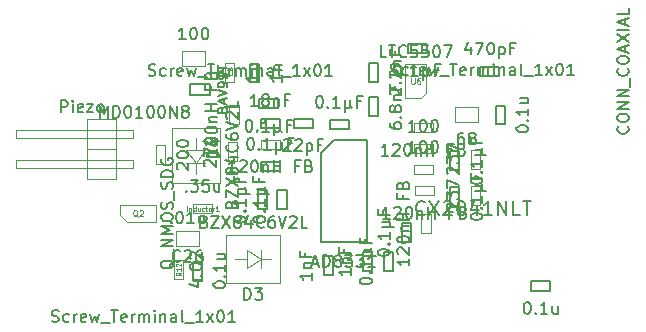
<source format=gbr>
G04 #@! TF.FileFunction,Other,Fab,Top*
%FSLAX46Y46*%
G04 Gerber Fmt 4.6, Leading zero omitted, Abs format (unit mm)*
G04 Created by KiCad (PCBNEW 4.0.7) date Thursday, November 02, 2017 'PMt' 11:05:42 PM*
%MOMM*%
%LPD*%
G01*
G04 APERTURE LIST*
%ADD10C,0.100000*%
%ADD11C,0.120000*%
%ADD12C,0.150000*%
%ADD13C,0.075000*%
G04 APERTURE END LIST*
D10*
X135620000Y-107330000D02*
X135620000Y-108570000D01*
X133620000Y-107330000D02*
X135620000Y-107330000D01*
X133620000Y-108570000D02*
X133620000Y-107330000D01*
X135620000Y-108570000D02*
X133620000Y-108570000D01*
X155359000Y-99930000D02*
X155359000Y-100730000D01*
X153759000Y-99930000D02*
X155359000Y-99930000D01*
X153759000Y-100730000D02*
X153759000Y-99930000D01*
X155359000Y-100730000D02*
X153759000Y-100730000D01*
D11*
X147188000Y-99586000D02*
X147188000Y-99586000D01*
D12*
X146998000Y-99586000D02*
X147188000Y-99586000D01*
X145878000Y-100706000D02*
X146998000Y-99586000D01*
X149778000Y-108186000D02*
X149778000Y-99586000D01*
X147193000Y-99586000D02*
X149778000Y-99586000D01*
X145878000Y-108186000D02*
X145878000Y-100711000D01*
X145878000Y-108186000D02*
X149778000Y-108186000D01*
D10*
X136128000Y-92085000D02*
X136128000Y-93335000D01*
X134128000Y-92085000D02*
X136128000Y-92085000D01*
X134128000Y-93335000D02*
X134128000Y-92085000D01*
X136128000Y-93335000D02*
X134128000Y-93335000D01*
D12*
X140671500Y-94716500D02*
X139871500Y-94716500D01*
X140671500Y-93116500D02*
X140671500Y-94716500D01*
X139871500Y-93116500D02*
X140671500Y-93116500D01*
X139871500Y-94716500D02*
X139871500Y-93116500D01*
X134849500Y-95803500D02*
X134849500Y-94823500D01*
X134849500Y-94823500D02*
X136549500Y-94823500D01*
X136549500Y-94823500D02*
X136549500Y-95803500D01*
X136549500Y-95803500D02*
X134849500Y-95803500D01*
X142417000Y-101454000D02*
X142417000Y-102254000D01*
X140817000Y-101454000D02*
X142417000Y-101454000D01*
X140817000Y-102254000D02*
X140817000Y-101454000D01*
X142417000Y-102254000D02*
X140817000Y-102254000D01*
X157626000Y-102146000D02*
X156826000Y-102146000D01*
X157626000Y-100546000D02*
X157626000Y-102146000D01*
X156826000Y-100546000D02*
X157626000Y-100546000D01*
X156826000Y-102146000D02*
X156826000Y-100546000D01*
X140570000Y-103848000D02*
X141370000Y-103848000D01*
X140570000Y-105448000D02*
X140570000Y-103848000D01*
X141370000Y-105448000D02*
X140570000Y-105448000D01*
X141370000Y-103848000D02*
X141370000Y-105448000D01*
X142221000Y-103848000D02*
X143021000Y-103848000D01*
X142221000Y-105448000D02*
X142221000Y-103848000D01*
X143021000Y-105448000D02*
X142221000Y-105448000D01*
X143021000Y-103848000D02*
X143021000Y-105448000D01*
X157626000Y-105194000D02*
X156826000Y-105194000D01*
X157626000Y-103594000D02*
X157626000Y-105194000D01*
X156826000Y-103594000D02*
X157626000Y-103594000D01*
X156826000Y-105194000D02*
X156826000Y-103594000D01*
X152762000Y-106642000D02*
X153562000Y-106642000D01*
X152762000Y-108242000D02*
X152762000Y-106642000D01*
X153562000Y-108242000D02*
X152762000Y-108242000D01*
X153562000Y-106642000D02*
X153562000Y-108242000D01*
X151238000Y-109055000D02*
X152038000Y-109055000D01*
X151238000Y-110655000D02*
X151238000Y-109055000D01*
X152038000Y-110655000D02*
X151238000Y-110655000D01*
X152038000Y-109055000D02*
X152038000Y-110655000D01*
X146158000Y-109436000D02*
X146958000Y-109436000D01*
X146158000Y-111036000D02*
X146158000Y-109436000D01*
X146958000Y-111036000D02*
X146158000Y-111036000D01*
X146958000Y-109436000D02*
X146958000Y-111036000D01*
X149460000Y-109055000D02*
X150260000Y-109055000D01*
X149460000Y-110655000D02*
X149460000Y-109055000D01*
X150260000Y-110655000D02*
X149460000Y-110655000D01*
X150260000Y-109055000D02*
X150260000Y-110655000D01*
X150768000Y-97574000D02*
X149968000Y-97574000D01*
X150768000Y-95974000D02*
X150768000Y-97574000D01*
X149968000Y-95974000D02*
X150768000Y-95974000D01*
X149968000Y-97574000D02*
X149968000Y-95974000D01*
X150768000Y-94653000D02*
X149968000Y-94653000D01*
X150768000Y-93053000D02*
X150768000Y-94653000D01*
X149968000Y-93053000D02*
X150768000Y-93053000D01*
X149968000Y-94653000D02*
X149968000Y-93053000D01*
X161010500Y-93389500D02*
X161010500Y-94189500D01*
X159410500Y-93389500D02*
X161010500Y-93389500D01*
X159410500Y-94189500D02*
X159410500Y-93389500D01*
X161010500Y-94189500D02*
X159410500Y-94189500D01*
X153251000Y-92221000D02*
X153251000Y-91421000D01*
X154851000Y-92221000D02*
X153251000Y-92221000D01*
X154851000Y-91421000D02*
X154851000Y-92221000D01*
X153251000Y-91421000D02*
X154851000Y-91421000D01*
X142405000Y-97771000D02*
X142405000Y-98571000D01*
X140805000Y-97771000D02*
X142405000Y-97771000D01*
X140805000Y-98571000D02*
X140805000Y-97771000D01*
X142405000Y-98571000D02*
X140805000Y-98571000D01*
X140678000Y-96920000D02*
X140678000Y-96120000D01*
X142278000Y-96920000D02*
X140678000Y-96920000D01*
X142278000Y-96120000D02*
X142278000Y-96920000D01*
X140678000Y-96120000D02*
X142278000Y-96120000D01*
X148247000Y-97898000D02*
X148247000Y-98698000D01*
X146647000Y-97898000D02*
X148247000Y-97898000D01*
X146647000Y-98698000D02*
X146647000Y-97898000D01*
X148247000Y-98698000D02*
X146647000Y-98698000D01*
X143599000Y-98571000D02*
X143599000Y-97771000D01*
X145199000Y-98571000D02*
X143599000Y-98571000D01*
X145199000Y-97771000D02*
X145199000Y-98571000D01*
X143599000Y-97771000D02*
X145199000Y-97771000D01*
D10*
X138157000Y-96609000D02*
X138957000Y-96609000D01*
X138157000Y-98209000D02*
X138157000Y-96609000D01*
X138957000Y-98209000D02*
X138157000Y-98209000D01*
X138957000Y-96609000D02*
X138957000Y-98209000D01*
X140817000Y-100349000D02*
X140817000Y-99549000D01*
X142417000Y-100349000D02*
X140817000Y-100349000D01*
X142417000Y-99549000D02*
X142417000Y-100349000D01*
X140817000Y-99549000D02*
X142417000Y-99549000D01*
X153759000Y-98952000D02*
X153759000Y-98152000D01*
X155359000Y-98952000D02*
X153759000Y-98952000D01*
X155359000Y-98152000D02*
X155359000Y-98952000D01*
X153759000Y-98152000D02*
X155359000Y-98152000D01*
X153886000Y-104286000D02*
X153886000Y-103486000D01*
X155486000Y-104286000D02*
X153886000Y-104286000D01*
X155486000Y-103486000D02*
X155486000Y-104286000D01*
X153886000Y-103486000D02*
X155486000Y-103486000D01*
X154413000Y-105880000D02*
X155213000Y-105880000D01*
X154413000Y-107480000D02*
X154413000Y-105880000D01*
X155213000Y-107480000D02*
X154413000Y-107480000D01*
X155213000Y-105880000D02*
X155213000Y-107480000D01*
X158604000Y-100419000D02*
X159404000Y-100419000D01*
X158604000Y-102019000D02*
X158604000Y-100419000D01*
X159404000Y-102019000D02*
X158604000Y-102019000D01*
X159404000Y-100419000D02*
X159404000Y-102019000D01*
X155359000Y-101708000D02*
X155359000Y-102508000D01*
X153759000Y-101708000D02*
X155359000Y-101708000D01*
X153759000Y-102508000D02*
X153759000Y-101708000D01*
X155359000Y-102508000D02*
X153759000Y-102508000D01*
X158604000Y-103467000D02*
X159404000Y-103467000D01*
X158604000Y-105067000D02*
X158604000Y-103467000D01*
X159404000Y-105067000D02*
X158604000Y-105067000D01*
X159404000Y-103467000D02*
X159404000Y-105067000D01*
X157242000Y-98034000D02*
X157242000Y-96784000D01*
X159242000Y-98034000D02*
X157242000Y-98034000D01*
X159242000Y-96784000D02*
X159242000Y-98034000D01*
X157242000Y-96784000D02*
X159242000Y-96784000D01*
X138030000Y-99784000D02*
X138830000Y-99784000D01*
X138030000Y-101384000D02*
X138030000Y-99784000D01*
X138830000Y-101384000D02*
X138030000Y-101384000D01*
X138830000Y-99784000D02*
X138830000Y-101384000D01*
X154804000Y-95615000D02*
X154354000Y-96065000D01*
X153044000Y-96065000D02*
X154354000Y-96065000D01*
X154804000Y-95615000D02*
X154804000Y-93165000D01*
X153044000Y-93165000D02*
X154804000Y-93165000D01*
X153044000Y-96065000D02*
X153044000Y-93165000D01*
X138576000Y-94653000D02*
X137776000Y-94653000D01*
X138576000Y-93053000D02*
X138576000Y-94653000D01*
X137776000Y-93053000D02*
X138576000Y-93053000D01*
X137776000Y-94653000D02*
X137776000Y-93053000D01*
X137844500Y-107664500D02*
X142444500Y-107664500D01*
X142444500Y-107664500D02*
X142444500Y-111664500D01*
X137844500Y-111664500D02*
X137844500Y-107664500D01*
X137844500Y-111664500D02*
X142444500Y-111664500D01*
X140793940Y-109663480D02*
X141695640Y-109663480D01*
X139643320Y-109663480D02*
X138645100Y-109663480D01*
X140793940Y-110463580D02*
X140793940Y-108863380D01*
X139643320Y-108914180D02*
X139643320Y-110463580D01*
X140793940Y-109663480D02*
X139643320Y-108914180D01*
X140793940Y-109663480D02*
X139643320Y-110463580D01*
X137318500Y-98601500D02*
X137318500Y-103201500D01*
X137318500Y-103201500D02*
X133318500Y-103201500D01*
X133318500Y-98601500D02*
X137318500Y-98601500D01*
X133318500Y-98601500D02*
X133318500Y-103201500D01*
X135319520Y-101550940D02*
X135319520Y-102452640D01*
X135319520Y-100400320D02*
X135319520Y-99402100D01*
X134519420Y-101550940D02*
X136119620Y-101550940D01*
X136068820Y-100400320D02*
X134519420Y-100400320D01*
X135319520Y-101550940D02*
X136068820Y-100400320D01*
X135319520Y-101550940D02*
X134519420Y-100400320D01*
X129479000Y-106491000D02*
X131929000Y-106491000D01*
X128909000Y-105941000D02*
X128909000Y-105091000D01*
X129479000Y-106491000D02*
X128909000Y-105941000D01*
X128909000Y-105091000D02*
X131949000Y-105091000D01*
X131949000Y-106491000D02*
X131949000Y-105091000D01*
X134258000Y-111353500D02*
X133458000Y-111353500D01*
X134258000Y-109753500D02*
X134258000Y-111353500D01*
X133458000Y-109753500D02*
X134258000Y-109753500D01*
X133458000Y-111353500D02*
X133458000Y-109753500D01*
D12*
X163728500Y-112350500D02*
X163728500Y-111550500D01*
X165328500Y-112350500D02*
X163728500Y-112350500D01*
X165328500Y-111550500D02*
X165328500Y-112350500D01*
X163728500Y-111550500D02*
X165328500Y-111550500D01*
X161499500Y-98272500D02*
X160699500Y-98272500D01*
X161499500Y-96672500D02*
X161499500Y-98272500D01*
X160699500Y-96672500D02*
X161499500Y-96672500D01*
X160699500Y-98272500D02*
X160699500Y-96672500D01*
X135845500Y-111480500D02*
X135045500Y-111480500D01*
X135845500Y-109880500D02*
X135845500Y-111480500D01*
X135045500Y-109880500D02*
X135845500Y-109880500D01*
X135045500Y-111480500D02*
X135045500Y-109880500D01*
D10*
X128584500Y-102870000D02*
X128584500Y-100330000D01*
X128584500Y-100330000D02*
X126084500Y-100330000D01*
X126084500Y-100330000D02*
X126084500Y-102870000D01*
X126084500Y-102870000D02*
X128584500Y-102870000D01*
X129984500Y-101920000D02*
X129984500Y-101280000D01*
X129984500Y-101280000D02*
X120084500Y-101280000D01*
X120084500Y-101280000D02*
X120084500Y-101920000D01*
X120084500Y-101920000D02*
X129984500Y-101920000D01*
X128584500Y-100330000D02*
X128584500Y-97790000D01*
X128584500Y-97790000D02*
X126084500Y-97790000D01*
X126084500Y-97790000D02*
X126084500Y-100330000D01*
X126084500Y-100330000D02*
X128584500Y-100330000D01*
X129984500Y-99380000D02*
X129984500Y-98740000D01*
X129984500Y-98740000D02*
X120084500Y-98740000D01*
X120084500Y-98740000D02*
X120084500Y-99380000D01*
X120084500Y-99380000D02*
X129984500Y-99380000D01*
X132734000Y-101638000D02*
X131934000Y-101638000D01*
X132734000Y-100038000D02*
X132734000Y-101638000D01*
X131934000Y-100038000D02*
X132734000Y-100038000D01*
X131934000Y-101638000D02*
X131934000Y-100038000D01*
X136690000Y-105010000D02*
X136690000Y-105810000D01*
X135090000Y-105010000D02*
X136690000Y-105010000D01*
X135090000Y-105810000D02*
X135090000Y-105010000D01*
X136690000Y-105810000D02*
X135090000Y-105810000D01*
D12*
X133215238Y-106557143D02*
X133262857Y-106604762D01*
X133215238Y-106652381D01*
X133167619Y-106604762D01*
X133215238Y-106557143D01*
X133215238Y-106652381D01*
X133881904Y-105652381D02*
X133977143Y-105652381D01*
X134072381Y-105700000D01*
X134120000Y-105747619D01*
X134167619Y-105842857D01*
X134215238Y-106033333D01*
X134215238Y-106271429D01*
X134167619Y-106461905D01*
X134120000Y-106557143D01*
X134072381Y-106604762D01*
X133977143Y-106652381D01*
X133881904Y-106652381D01*
X133786666Y-106604762D01*
X133739047Y-106557143D01*
X133691428Y-106461905D01*
X133643809Y-106271429D01*
X133643809Y-106033333D01*
X133691428Y-105842857D01*
X133739047Y-105747619D01*
X133786666Y-105700000D01*
X133881904Y-105652381D01*
X135167619Y-106652381D02*
X134596190Y-106652381D01*
X134881904Y-106652381D02*
X134881904Y-105652381D01*
X134786666Y-105795238D01*
X134691428Y-105890476D01*
X134596190Y-105938095D01*
X136024762Y-105985714D02*
X136024762Y-106652381D01*
X135596190Y-105985714D02*
X135596190Y-106509524D01*
X135643809Y-106604762D01*
X135739047Y-106652381D01*
X135881905Y-106652381D01*
X135977143Y-106604762D01*
X136024762Y-106557143D01*
X133977143Y-109807143D02*
X133929524Y-109854762D01*
X133786667Y-109902381D01*
X133691429Y-109902381D01*
X133548571Y-109854762D01*
X133453333Y-109759524D01*
X133405714Y-109664286D01*
X133358095Y-109473810D01*
X133358095Y-109330952D01*
X133405714Y-109140476D01*
X133453333Y-109045238D01*
X133548571Y-108950000D01*
X133691429Y-108902381D01*
X133786667Y-108902381D01*
X133929524Y-108950000D01*
X133977143Y-108997619D01*
X134358095Y-108997619D02*
X134405714Y-108950000D01*
X134500952Y-108902381D01*
X134739048Y-108902381D01*
X134834286Y-108950000D01*
X134881905Y-108997619D01*
X134929524Y-109092857D01*
X134929524Y-109188095D01*
X134881905Y-109330952D01*
X134310476Y-109902381D01*
X134929524Y-109902381D01*
X135786667Y-108902381D02*
X135596190Y-108902381D01*
X135500952Y-108950000D01*
X135453333Y-108997619D01*
X135358095Y-109140476D01*
X135310476Y-109330952D01*
X135310476Y-109711905D01*
X135358095Y-109807143D01*
X135405714Y-109854762D01*
X135500952Y-109902381D01*
X135691429Y-109902381D01*
X135786667Y-109854762D01*
X135834286Y-109807143D01*
X135881905Y-109711905D01*
X135881905Y-109473810D01*
X135834286Y-109378571D01*
X135786667Y-109330952D01*
X135691429Y-109283333D01*
X135500952Y-109283333D01*
X135405714Y-109330952D01*
X135358095Y-109378571D01*
X135310476Y-109473810D01*
X153892334Y-98882381D02*
X153320905Y-98882381D01*
X153606619Y-98882381D02*
X153606619Y-97882381D01*
X153511381Y-98025238D01*
X153416143Y-98120476D01*
X153320905Y-98168095D01*
X154511381Y-97882381D02*
X154606620Y-97882381D01*
X154701858Y-97930000D01*
X154749477Y-97977619D01*
X154797096Y-98072857D01*
X154844715Y-98263333D01*
X154844715Y-98501429D01*
X154797096Y-98691905D01*
X154749477Y-98787143D01*
X154701858Y-98834762D01*
X154606620Y-98882381D01*
X154511381Y-98882381D01*
X154416143Y-98834762D01*
X154368524Y-98787143D01*
X154320905Y-98691905D01*
X154273286Y-98501429D01*
X154273286Y-98263333D01*
X154320905Y-98072857D01*
X154368524Y-97977619D01*
X154416143Y-97930000D01*
X154511381Y-97882381D01*
X155463762Y-97882381D02*
X155559001Y-97882381D01*
X155654239Y-97930000D01*
X155701858Y-97977619D01*
X155749477Y-98072857D01*
X155797096Y-98263333D01*
X155797096Y-98501429D01*
X155749477Y-98691905D01*
X155701858Y-98787143D01*
X155654239Y-98834762D01*
X155559001Y-98882381D01*
X155463762Y-98882381D01*
X155368524Y-98834762D01*
X155320905Y-98787143D01*
X155273286Y-98691905D01*
X155225667Y-98501429D01*
X155225667Y-98263333D01*
X155273286Y-98072857D01*
X155320905Y-97977619D01*
X155368524Y-97930000D01*
X155463762Y-97882381D01*
X145185143Y-110052667D02*
X145661334Y-110052667D01*
X145089905Y-110338381D02*
X145423238Y-109338381D01*
X145756572Y-110338381D01*
X146089905Y-110338381D02*
X146089905Y-109338381D01*
X146328000Y-109338381D01*
X146470858Y-109386000D01*
X146566096Y-109481238D01*
X146613715Y-109576476D01*
X146661334Y-109766952D01*
X146661334Y-109909810D01*
X146613715Y-110100286D01*
X146566096Y-110195524D01*
X146470858Y-110290762D01*
X146328000Y-110338381D01*
X146089905Y-110338381D01*
X147232762Y-109766952D02*
X147137524Y-109719333D01*
X147089905Y-109671714D01*
X147042286Y-109576476D01*
X147042286Y-109528857D01*
X147089905Y-109433619D01*
X147137524Y-109386000D01*
X147232762Y-109338381D01*
X147423239Y-109338381D01*
X147518477Y-109386000D01*
X147566096Y-109433619D01*
X147613715Y-109528857D01*
X147613715Y-109576476D01*
X147566096Y-109671714D01*
X147518477Y-109719333D01*
X147423239Y-109766952D01*
X147232762Y-109766952D01*
X147137524Y-109814571D01*
X147089905Y-109862190D01*
X147042286Y-109957429D01*
X147042286Y-110147905D01*
X147089905Y-110243143D01*
X147137524Y-110290762D01*
X147232762Y-110338381D01*
X147423239Y-110338381D01*
X147518477Y-110290762D01*
X147566096Y-110243143D01*
X147613715Y-110147905D01*
X147613715Y-109957429D01*
X147566096Y-109862190D01*
X147518477Y-109814571D01*
X147423239Y-109766952D01*
X147947048Y-109338381D02*
X148566096Y-109338381D01*
X148232762Y-109719333D01*
X148375620Y-109719333D01*
X148470858Y-109766952D01*
X148518477Y-109814571D01*
X148566096Y-109909810D01*
X148566096Y-110147905D01*
X148518477Y-110243143D01*
X148470858Y-110290762D01*
X148375620Y-110338381D01*
X148089905Y-110338381D01*
X147994667Y-110290762D01*
X147947048Y-110243143D01*
X148899429Y-109338381D02*
X149518477Y-109338381D01*
X149185143Y-109719333D01*
X149328001Y-109719333D01*
X149423239Y-109766952D01*
X149470858Y-109814571D01*
X149518477Y-109909810D01*
X149518477Y-110147905D01*
X149470858Y-110243143D01*
X149423239Y-110290762D01*
X149328001Y-110338381D01*
X149042286Y-110338381D01*
X148947048Y-110290762D01*
X148899429Y-110243143D01*
X150470858Y-110338381D02*
X149899429Y-110338381D01*
X150185143Y-110338381D02*
X150185143Y-109338381D01*
X150089905Y-109481238D01*
X149994667Y-109576476D01*
X149899429Y-109624095D01*
X134461334Y-91062381D02*
X133889905Y-91062381D01*
X134175619Y-91062381D02*
X134175619Y-90062381D01*
X134080381Y-90205238D01*
X133985143Y-90300476D01*
X133889905Y-90348095D01*
X135080381Y-90062381D02*
X135175620Y-90062381D01*
X135270858Y-90110000D01*
X135318477Y-90157619D01*
X135366096Y-90252857D01*
X135413715Y-90443333D01*
X135413715Y-90681429D01*
X135366096Y-90871905D01*
X135318477Y-90967143D01*
X135270858Y-91014762D01*
X135175620Y-91062381D01*
X135080381Y-91062381D01*
X134985143Y-91014762D01*
X134937524Y-90967143D01*
X134889905Y-90871905D01*
X134842286Y-90681429D01*
X134842286Y-90443333D01*
X134889905Y-90252857D01*
X134937524Y-90157619D01*
X134985143Y-90110000D01*
X135080381Y-90062381D01*
X136032762Y-90062381D02*
X136128001Y-90062381D01*
X136223239Y-90110000D01*
X136270858Y-90157619D01*
X136318477Y-90252857D01*
X136366096Y-90443333D01*
X136366096Y-90681429D01*
X136318477Y-90871905D01*
X136270858Y-90967143D01*
X136223239Y-91014762D01*
X136128001Y-91062381D01*
X136032762Y-91062381D01*
X135937524Y-91014762D01*
X135889905Y-90967143D01*
X135842286Y-90871905D01*
X135794667Y-90681429D01*
X135794667Y-90443333D01*
X135842286Y-90252857D01*
X135889905Y-90157619D01*
X135937524Y-90110000D01*
X136032762Y-90062381D01*
X142623881Y-94083166D02*
X142623881Y-94654595D01*
X142623881Y-94368881D02*
X141623881Y-94368881D01*
X141766738Y-94464119D01*
X141861976Y-94559357D01*
X141909595Y-94654595D01*
X141957214Y-93654595D02*
X142623881Y-93654595D01*
X142052452Y-93654595D02*
X142004833Y-93606976D01*
X141957214Y-93511738D01*
X141957214Y-93368880D01*
X142004833Y-93273642D01*
X142100071Y-93226023D01*
X142623881Y-93226023D01*
X127176045Y-97701361D02*
X127176045Y-96701361D01*
X127509379Y-97415647D01*
X127842712Y-96701361D01*
X127842712Y-97701361D01*
X128318902Y-97701361D02*
X128318902Y-96701361D01*
X128556997Y-96701361D01*
X128699855Y-96748980D01*
X128795093Y-96844218D01*
X128842712Y-96939456D01*
X128890331Y-97129932D01*
X128890331Y-97272790D01*
X128842712Y-97463266D01*
X128795093Y-97558504D01*
X128699855Y-97653742D01*
X128556997Y-97701361D01*
X128318902Y-97701361D01*
X129509378Y-96701361D02*
X129604617Y-96701361D01*
X129699855Y-96748980D01*
X129747474Y-96796599D01*
X129795093Y-96891837D01*
X129842712Y-97082313D01*
X129842712Y-97320409D01*
X129795093Y-97510885D01*
X129747474Y-97606123D01*
X129699855Y-97653742D01*
X129604617Y-97701361D01*
X129509378Y-97701361D01*
X129414140Y-97653742D01*
X129366521Y-97606123D01*
X129318902Y-97510885D01*
X129271283Y-97320409D01*
X129271283Y-97082313D01*
X129318902Y-96891837D01*
X129366521Y-96796599D01*
X129414140Y-96748980D01*
X129509378Y-96701361D01*
X130795093Y-97701361D02*
X130223664Y-97701361D01*
X130509378Y-97701361D02*
X130509378Y-96701361D01*
X130414140Y-96844218D01*
X130318902Y-96939456D01*
X130223664Y-96987075D01*
X131414140Y-96701361D02*
X131509379Y-96701361D01*
X131604617Y-96748980D01*
X131652236Y-96796599D01*
X131699855Y-96891837D01*
X131747474Y-97082313D01*
X131747474Y-97320409D01*
X131699855Y-97510885D01*
X131652236Y-97606123D01*
X131604617Y-97653742D01*
X131509379Y-97701361D01*
X131414140Y-97701361D01*
X131318902Y-97653742D01*
X131271283Y-97606123D01*
X131223664Y-97510885D01*
X131176045Y-97320409D01*
X131176045Y-97082313D01*
X131223664Y-96891837D01*
X131271283Y-96796599D01*
X131318902Y-96748980D01*
X131414140Y-96701361D01*
X132366521Y-96701361D02*
X132461760Y-96701361D01*
X132556998Y-96748980D01*
X132604617Y-96796599D01*
X132652236Y-96891837D01*
X132699855Y-97082313D01*
X132699855Y-97320409D01*
X132652236Y-97510885D01*
X132604617Y-97606123D01*
X132556998Y-97653742D01*
X132461760Y-97701361D01*
X132366521Y-97701361D01*
X132271283Y-97653742D01*
X132223664Y-97606123D01*
X132176045Y-97510885D01*
X132128426Y-97320409D01*
X132128426Y-97082313D01*
X132176045Y-96891837D01*
X132223664Y-96796599D01*
X132271283Y-96748980D01*
X132366521Y-96701361D01*
X133128426Y-97701361D02*
X133128426Y-96701361D01*
X133699855Y-97701361D01*
X133699855Y-96701361D01*
X134318902Y-97129932D02*
X134223664Y-97082313D01*
X134176045Y-97034694D01*
X134128426Y-96939456D01*
X134128426Y-96891837D01*
X134176045Y-96796599D01*
X134223664Y-96748980D01*
X134318902Y-96701361D01*
X134509379Y-96701361D01*
X134604617Y-96748980D01*
X134652236Y-96796599D01*
X134699855Y-96891837D01*
X134699855Y-96939456D01*
X134652236Y-97034694D01*
X134604617Y-97082313D01*
X134509379Y-97129932D01*
X134318902Y-97129932D01*
X134223664Y-97177551D01*
X134176045Y-97225170D01*
X134128426Y-97320409D01*
X134128426Y-97510885D01*
X134176045Y-97606123D01*
X134223664Y-97653742D01*
X134318902Y-97701361D01*
X134509379Y-97701361D01*
X134604617Y-97653742D01*
X134652236Y-97606123D01*
X134699855Y-97510885D01*
X134699855Y-97320409D01*
X134652236Y-97225170D01*
X134604617Y-97177551D01*
X134509379Y-97129932D01*
X137547357Y-97008738D02*
X137585452Y-96894452D01*
X137623548Y-96856357D01*
X137699738Y-96818262D01*
X137814024Y-96818262D01*
X137890214Y-96856357D01*
X137928310Y-96894452D01*
X137966405Y-96970643D01*
X137966405Y-97275405D01*
X137166405Y-97275405D01*
X137166405Y-97008738D01*
X137204500Y-96932548D01*
X137242595Y-96894452D01*
X137318786Y-96856357D01*
X137394976Y-96856357D01*
X137471167Y-96894452D01*
X137509262Y-96932548D01*
X137547357Y-97008738D01*
X137547357Y-97275405D01*
X137737833Y-96513500D02*
X137737833Y-96132548D01*
X137966405Y-96589691D02*
X137166405Y-96323024D01*
X137966405Y-96056357D01*
X137166405Y-95903977D02*
X137966405Y-95637310D01*
X137166405Y-95370643D01*
X137966405Y-95065882D02*
X137966405Y-94913501D01*
X137928310Y-94837310D01*
X137890214Y-94799215D01*
X137775929Y-94723024D01*
X137623548Y-94684929D01*
X137318786Y-94684929D01*
X137242595Y-94723024D01*
X137204500Y-94761120D01*
X137166405Y-94837310D01*
X137166405Y-94989691D01*
X137204500Y-95065882D01*
X137242595Y-95103977D01*
X137318786Y-95142072D01*
X137509262Y-95142072D01*
X137585452Y-95103977D01*
X137623548Y-95065882D01*
X137661643Y-94989691D01*
X137661643Y-94837310D01*
X137623548Y-94761120D01*
X137585452Y-94723024D01*
X137509262Y-94684929D01*
X137966405Y-94303977D02*
X137966405Y-94151596D01*
X137928310Y-94075405D01*
X137890214Y-94037310D01*
X137775929Y-93961119D01*
X137623548Y-93923024D01*
X137318786Y-93923024D01*
X137242595Y-93961119D01*
X137204500Y-93999215D01*
X137166405Y-94075405D01*
X137166405Y-94227786D01*
X137204500Y-94303977D01*
X137242595Y-94342072D01*
X137318786Y-94380167D01*
X137509262Y-94380167D01*
X137585452Y-94342072D01*
X137623548Y-94303977D01*
X137661643Y-94227786D01*
X137661643Y-94075405D01*
X137623548Y-93999215D01*
X137585452Y-93961119D01*
X137509262Y-93923024D01*
X137166405Y-93694453D02*
X137166405Y-93237310D01*
X137966405Y-93465881D02*
X137166405Y-93465881D01*
X139902714Y-99406381D02*
X139997953Y-99406381D01*
X140093191Y-99454000D01*
X140140810Y-99501619D01*
X140188429Y-99596857D01*
X140236048Y-99787333D01*
X140236048Y-100025429D01*
X140188429Y-100215905D01*
X140140810Y-100311143D01*
X140093191Y-100358762D01*
X139997953Y-100406381D01*
X139902714Y-100406381D01*
X139807476Y-100358762D01*
X139759857Y-100311143D01*
X139712238Y-100215905D01*
X139664619Y-100025429D01*
X139664619Y-99787333D01*
X139712238Y-99596857D01*
X139759857Y-99501619D01*
X139807476Y-99454000D01*
X139902714Y-99406381D01*
X140664619Y-100311143D02*
X140712238Y-100358762D01*
X140664619Y-100406381D01*
X140617000Y-100358762D01*
X140664619Y-100311143D01*
X140664619Y-100406381D01*
X141664619Y-100406381D02*
X141093190Y-100406381D01*
X141378904Y-100406381D02*
X141378904Y-99406381D01*
X141283666Y-99549238D01*
X141188428Y-99644476D01*
X141093190Y-99692095D01*
X142093190Y-99739714D02*
X142093190Y-100739714D01*
X142569381Y-100263524D02*
X142617000Y-100358762D01*
X142712238Y-100406381D01*
X142093190Y-100263524D02*
X142140809Y-100358762D01*
X142236047Y-100406381D01*
X142426524Y-100406381D01*
X142521762Y-100358762D01*
X142569381Y-100263524D01*
X142569381Y-99739714D01*
X143474143Y-99882571D02*
X143140809Y-99882571D01*
X143140809Y-100406381D02*
X143140809Y-99406381D01*
X143617000Y-99406381D01*
X158578381Y-103060286D02*
X158578381Y-102965047D01*
X158626000Y-102869809D01*
X158673619Y-102822190D01*
X158768857Y-102774571D01*
X158959333Y-102726952D01*
X159197429Y-102726952D01*
X159387905Y-102774571D01*
X159483143Y-102822190D01*
X159530762Y-102869809D01*
X159578381Y-102965047D01*
X159578381Y-103060286D01*
X159530762Y-103155524D01*
X159483143Y-103203143D01*
X159387905Y-103250762D01*
X159197429Y-103298381D01*
X158959333Y-103298381D01*
X158768857Y-103250762D01*
X158673619Y-103203143D01*
X158626000Y-103155524D01*
X158578381Y-103060286D01*
X159483143Y-102298381D02*
X159530762Y-102250762D01*
X159578381Y-102298381D01*
X159530762Y-102346000D01*
X159483143Y-102298381D01*
X159578381Y-102298381D01*
X159578381Y-101298381D02*
X159578381Y-101869810D01*
X159578381Y-101584096D02*
X158578381Y-101584096D01*
X158721238Y-101679334D01*
X158816476Y-101774572D01*
X158864095Y-101869810D01*
X158911714Y-100869810D02*
X159911714Y-100869810D01*
X159435524Y-100393619D02*
X159530762Y-100346000D01*
X159578381Y-100250762D01*
X159435524Y-100869810D02*
X159530762Y-100822191D01*
X159578381Y-100726953D01*
X159578381Y-100536476D01*
X159530762Y-100441238D01*
X159435524Y-100393619D01*
X158911714Y-100393619D01*
X159054571Y-99488857D02*
X159054571Y-99822191D01*
X159578381Y-99822191D02*
X158578381Y-99822191D01*
X158578381Y-99346000D01*
X138522381Y-106362286D02*
X138522381Y-106267047D01*
X138570000Y-106171809D01*
X138617619Y-106124190D01*
X138712857Y-106076571D01*
X138903333Y-106028952D01*
X139141429Y-106028952D01*
X139331905Y-106076571D01*
X139427143Y-106124190D01*
X139474762Y-106171809D01*
X139522381Y-106267047D01*
X139522381Y-106362286D01*
X139474762Y-106457524D01*
X139427143Y-106505143D01*
X139331905Y-106552762D01*
X139141429Y-106600381D01*
X138903333Y-106600381D01*
X138712857Y-106552762D01*
X138617619Y-106505143D01*
X138570000Y-106457524D01*
X138522381Y-106362286D01*
X139427143Y-105600381D02*
X139474762Y-105552762D01*
X139522381Y-105600381D01*
X139474762Y-105648000D01*
X139427143Y-105600381D01*
X139522381Y-105600381D01*
X139522381Y-104600381D02*
X139522381Y-105171810D01*
X139522381Y-104886096D02*
X138522381Y-104886096D01*
X138665238Y-104981334D01*
X138760476Y-105076572D01*
X138808095Y-105171810D01*
X138855714Y-104171810D02*
X139855714Y-104171810D01*
X139379524Y-103695619D02*
X139474762Y-103648000D01*
X139522381Y-103552762D01*
X139379524Y-104171810D02*
X139474762Y-104124191D01*
X139522381Y-104028953D01*
X139522381Y-103838476D01*
X139474762Y-103743238D01*
X139379524Y-103695619D01*
X138855714Y-103695619D01*
X138998571Y-102790857D02*
X138998571Y-103124191D01*
X139522381Y-103124191D02*
X138522381Y-103124191D01*
X138522381Y-102648000D01*
X140173381Y-106362286D02*
X140173381Y-106267047D01*
X140221000Y-106171809D01*
X140268619Y-106124190D01*
X140363857Y-106076571D01*
X140554333Y-106028952D01*
X140792429Y-106028952D01*
X140982905Y-106076571D01*
X141078143Y-106124190D01*
X141125762Y-106171809D01*
X141173381Y-106267047D01*
X141173381Y-106362286D01*
X141125762Y-106457524D01*
X141078143Y-106505143D01*
X140982905Y-106552762D01*
X140792429Y-106600381D01*
X140554333Y-106600381D01*
X140363857Y-106552762D01*
X140268619Y-106505143D01*
X140221000Y-106457524D01*
X140173381Y-106362286D01*
X141078143Y-105600381D02*
X141125762Y-105552762D01*
X141173381Y-105600381D01*
X141125762Y-105648000D01*
X141078143Y-105600381D01*
X141173381Y-105600381D01*
X141173381Y-104600381D02*
X141173381Y-105171810D01*
X141173381Y-104886096D02*
X140173381Y-104886096D01*
X140316238Y-104981334D01*
X140411476Y-105076572D01*
X140459095Y-105171810D01*
X140506714Y-104171810D02*
X141506714Y-104171810D01*
X141030524Y-103695619D02*
X141125762Y-103648000D01*
X141173381Y-103552762D01*
X141030524Y-104171810D02*
X141125762Y-104124191D01*
X141173381Y-104028953D01*
X141173381Y-103838476D01*
X141125762Y-103743238D01*
X141030524Y-103695619D01*
X140506714Y-103695619D01*
X140649571Y-102790857D02*
X140649571Y-103124191D01*
X141173381Y-103124191D02*
X140173381Y-103124191D01*
X140173381Y-102648000D01*
X158578381Y-106108286D02*
X158578381Y-106013047D01*
X158626000Y-105917809D01*
X158673619Y-105870190D01*
X158768857Y-105822571D01*
X158959333Y-105774952D01*
X159197429Y-105774952D01*
X159387905Y-105822571D01*
X159483143Y-105870190D01*
X159530762Y-105917809D01*
X159578381Y-106013047D01*
X159578381Y-106108286D01*
X159530762Y-106203524D01*
X159483143Y-106251143D01*
X159387905Y-106298762D01*
X159197429Y-106346381D01*
X158959333Y-106346381D01*
X158768857Y-106298762D01*
X158673619Y-106251143D01*
X158626000Y-106203524D01*
X158578381Y-106108286D01*
X159483143Y-105346381D02*
X159530762Y-105298762D01*
X159578381Y-105346381D01*
X159530762Y-105394000D01*
X159483143Y-105346381D01*
X159578381Y-105346381D01*
X159578381Y-104346381D02*
X159578381Y-104917810D01*
X159578381Y-104632096D02*
X158578381Y-104632096D01*
X158721238Y-104727334D01*
X158816476Y-104822572D01*
X158864095Y-104917810D01*
X158911714Y-103917810D02*
X159911714Y-103917810D01*
X159435524Y-103441619D02*
X159530762Y-103394000D01*
X159578381Y-103298762D01*
X159435524Y-103917810D02*
X159530762Y-103870191D01*
X159578381Y-103774953D01*
X159578381Y-103584476D01*
X159530762Y-103489238D01*
X159435524Y-103441619D01*
X158911714Y-103441619D01*
X159054571Y-102536857D02*
X159054571Y-102870191D01*
X159578381Y-102870191D02*
X158578381Y-102870191D01*
X158578381Y-102394000D01*
X150714381Y-109156286D02*
X150714381Y-109061047D01*
X150762000Y-108965809D01*
X150809619Y-108918190D01*
X150904857Y-108870571D01*
X151095333Y-108822952D01*
X151333429Y-108822952D01*
X151523905Y-108870571D01*
X151619143Y-108918190D01*
X151666762Y-108965809D01*
X151714381Y-109061047D01*
X151714381Y-109156286D01*
X151666762Y-109251524D01*
X151619143Y-109299143D01*
X151523905Y-109346762D01*
X151333429Y-109394381D01*
X151095333Y-109394381D01*
X150904857Y-109346762D01*
X150809619Y-109299143D01*
X150762000Y-109251524D01*
X150714381Y-109156286D01*
X151619143Y-108394381D02*
X151666762Y-108346762D01*
X151714381Y-108394381D01*
X151666762Y-108442000D01*
X151619143Y-108394381D01*
X151714381Y-108394381D01*
X151714381Y-107394381D02*
X151714381Y-107965810D01*
X151714381Y-107680096D02*
X150714381Y-107680096D01*
X150857238Y-107775334D01*
X150952476Y-107870572D01*
X151000095Y-107965810D01*
X151047714Y-106965810D02*
X152047714Y-106965810D01*
X151571524Y-106489619D02*
X151666762Y-106442000D01*
X151714381Y-106346762D01*
X151571524Y-106965810D02*
X151666762Y-106918191D01*
X151714381Y-106822953D01*
X151714381Y-106632476D01*
X151666762Y-106537238D01*
X151571524Y-106489619D01*
X151047714Y-106489619D01*
X151190571Y-105584857D02*
X151190571Y-105918191D01*
X151714381Y-105918191D02*
X150714381Y-105918191D01*
X150714381Y-105442000D01*
X149190381Y-111569286D02*
X149190381Y-111474047D01*
X149238000Y-111378809D01*
X149285619Y-111331190D01*
X149380857Y-111283571D01*
X149571333Y-111235952D01*
X149809429Y-111235952D01*
X149999905Y-111283571D01*
X150095143Y-111331190D01*
X150142762Y-111378809D01*
X150190381Y-111474047D01*
X150190381Y-111569286D01*
X150142762Y-111664524D01*
X150095143Y-111712143D01*
X149999905Y-111759762D01*
X149809429Y-111807381D01*
X149571333Y-111807381D01*
X149380857Y-111759762D01*
X149285619Y-111712143D01*
X149238000Y-111664524D01*
X149190381Y-111569286D01*
X150095143Y-110807381D02*
X150142762Y-110759762D01*
X150190381Y-110807381D01*
X150142762Y-110855000D01*
X150095143Y-110807381D01*
X150190381Y-110807381D01*
X150190381Y-109807381D02*
X150190381Y-110378810D01*
X150190381Y-110093096D02*
X149190381Y-110093096D01*
X149333238Y-110188334D01*
X149428476Y-110283572D01*
X149476095Y-110378810D01*
X149523714Y-109378810D02*
X150523714Y-109378810D01*
X150047524Y-108902619D02*
X150142762Y-108855000D01*
X150190381Y-108759762D01*
X150047524Y-109378810D02*
X150142762Y-109331191D01*
X150190381Y-109235953D01*
X150190381Y-109045476D01*
X150142762Y-108950238D01*
X150047524Y-108902619D01*
X149523714Y-108902619D01*
X149666571Y-107997857D02*
X149666571Y-108331191D01*
X150190381Y-108331191D02*
X149190381Y-108331191D01*
X149190381Y-107855000D01*
X145110381Y-110831238D02*
X145110381Y-111402667D01*
X145110381Y-111116953D02*
X144110381Y-111116953D01*
X144253238Y-111212191D01*
X144348476Y-111307429D01*
X144396095Y-111402667D01*
X144443714Y-110402667D02*
X145110381Y-110402667D01*
X144538952Y-110402667D02*
X144491333Y-110355048D01*
X144443714Y-110259810D01*
X144443714Y-110116952D01*
X144491333Y-110021714D01*
X144586571Y-109974095D01*
X145110381Y-109974095D01*
X144586571Y-109164571D02*
X144586571Y-109497905D01*
X145110381Y-109497905D02*
X144110381Y-109497905D01*
X144110381Y-109021714D01*
X148412381Y-110450238D02*
X148412381Y-111021667D01*
X148412381Y-110735953D02*
X147412381Y-110735953D01*
X147555238Y-110831191D01*
X147650476Y-110926429D01*
X147698095Y-111021667D01*
X147745714Y-110021667D02*
X148412381Y-110021667D01*
X147840952Y-110021667D02*
X147793333Y-109974048D01*
X147745714Y-109878810D01*
X147745714Y-109735952D01*
X147793333Y-109640714D01*
X147888571Y-109593095D01*
X148412381Y-109593095D01*
X147888571Y-108783571D02*
X147888571Y-109116905D01*
X148412381Y-109116905D02*
X147412381Y-109116905D01*
X147412381Y-108640714D01*
X151720381Y-98178761D02*
X151720381Y-98369238D01*
X151768000Y-98464476D01*
X151815619Y-98512095D01*
X151958476Y-98607333D01*
X152148952Y-98654952D01*
X152529905Y-98654952D01*
X152625143Y-98607333D01*
X152672762Y-98559714D01*
X152720381Y-98464476D01*
X152720381Y-98273999D01*
X152672762Y-98178761D01*
X152625143Y-98131142D01*
X152529905Y-98083523D01*
X152291810Y-98083523D01*
X152196571Y-98131142D01*
X152148952Y-98178761D01*
X152101333Y-98273999D01*
X152101333Y-98464476D01*
X152148952Y-98559714D01*
X152196571Y-98607333D01*
X152291810Y-98654952D01*
X152625143Y-97654952D02*
X152672762Y-97607333D01*
X152720381Y-97654952D01*
X152672762Y-97702571D01*
X152625143Y-97654952D01*
X152720381Y-97654952D01*
X152148952Y-97035905D02*
X152101333Y-97131143D01*
X152053714Y-97178762D01*
X151958476Y-97226381D01*
X151910857Y-97226381D01*
X151815619Y-97178762D01*
X151768000Y-97131143D01*
X151720381Y-97035905D01*
X151720381Y-96845428D01*
X151768000Y-96750190D01*
X151815619Y-96702571D01*
X151910857Y-96654952D01*
X151958476Y-96654952D01*
X152053714Y-96702571D01*
X152101333Y-96750190D01*
X152148952Y-96845428D01*
X152148952Y-97035905D01*
X152196571Y-97131143D01*
X152244190Y-97178762D01*
X152339429Y-97226381D01*
X152529905Y-97226381D01*
X152625143Y-97178762D01*
X152672762Y-97131143D01*
X152720381Y-97035905D01*
X152720381Y-96845428D01*
X152672762Y-96750190D01*
X152625143Y-96702571D01*
X152529905Y-96654952D01*
X152339429Y-96654952D01*
X152244190Y-96702571D01*
X152196571Y-96750190D01*
X152148952Y-96845428D01*
X152053714Y-96226381D02*
X152720381Y-96226381D01*
X152148952Y-96226381D02*
X152101333Y-96178762D01*
X152053714Y-96083524D01*
X152053714Y-95940666D01*
X152101333Y-95845428D01*
X152196571Y-95797809D01*
X152720381Y-95797809D01*
X152196571Y-94988285D02*
X152196571Y-95321619D01*
X152720381Y-95321619D02*
X151720381Y-95321619D01*
X151720381Y-94845428D01*
X151815619Y-95733952D02*
X151768000Y-95686333D01*
X151720381Y-95591095D01*
X151720381Y-95352999D01*
X151768000Y-95257761D01*
X151815619Y-95210142D01*
X151910857Y-95162523D01*
X152006095Y-95162523D01*
X152148952Y-95210142D01*
X152720381Y-95781571D01*
X152720381Y-95162523D01*
X152625143Y-94733952D02*
X152672762Y-94686333D01*
X152720381Y-94733952D01*
X152672762Y-94781571D01*
X152625143Y-94733952D01*
X152720381Y-94733952D01*
X151815619Y-94305381D02*
X151768000Y-94257762D01*
X151720381Y-94162524D01*
X151720381Y-93924428D01*
X151768000Y-93829190D01*
X151815619Y-93781571D01*
X151910857Y-93733952D01*
X152006095Y-93733952D01*
X152148952Y-93781571D01*
X152720381Y-94353000D01*
X152720381Y-93733952D01*
X152053714Y-93305381D02*
X152720381Y-93305381D01*
X152148952Y-93305381D02*
X152101333Y-93257762D01*
X152053714Y-93162524D01*
X152053714Y-93019666D01*
X152101333Y-92924428D01*
X152196571Y-92876809D01*
X152720381Y-92876809D01*
X152196571Y-92067285D02*
X152196571Y-92400619D01*
X152720381Y-92400619D02*
X151720381Y-92400619D01*
X151720381Y-91924428D01*
X158567643Y-91675214D02*
X158567643Y-92341881D01*
X158329547Y-91294262D02*
X158091452Y-92008548D01*
X158710500Y-92008548D01*
X158996214Y-91341881D02*
X159662881Y-91341881D01*
X159234309Y-92341881D01*
X160234309Y-91341881D02*
X160329548Y-91341881D01*
X160424786Y-91389500D01*
X160472405Y-91437119D01*
X160520024Y-91532357D01*
X160567643Y-91722833D01*
X160567643Y-91960929D01*
X160520024Y-92151405D01*
X160472405Y-92246643D01*
X160424786Y-92294262D01*
X160329548Y-92341881D01*
X160234309Y-92341881D01*
X160139071Y-92294262D01*
X160091452Y-92246643D01*
X160043833Y-92151405D01*
X159996214Y-91960929D01*
X159996214Y-91722833D01*
X160043833Y-91532357D01*
X160091452Y-91437119D01*
X160139071Y-91389500D01*
X160234309Y-91341881D01*
X160996214Y-91675214D02*
X160996214Y-92675214D01*
X160996214Y-91722833D02*
X161091452Y-91675214D01*
X161281929Y-91675214D01*
X161377167Y-91722833D01*
X161424786Y-91770452D01*
X161472405Y-91865690D01*
X161472405Y-92151405D01*
X161424786Y-92246643D01*
X161377167Y-92294262D01*
X161281929Y-92341881D01*
X161091452Y-92341881D01*
X160996214Y-92294262D01*
X162234310Y-91818071D02*
X161900976Y-91818071D01*
X161900976Y-92341881D02*
X161900976Y-91341881D01*
X162377167Y-91341881D01*
X152336714Y-93173381D02*
X152431953Y-93173381D01*
X152527191Y-93221000D01*
X152574810Y-93268619D01*
X152622429Y-93363857D01*
X152670048Y-93554333D01*
X152670048Y-93792429D01*
X152622429Y-93982905D01*
X152574810Y-94078143D01*
X152527191Y-94125762D01*
X152431953Y-94173381D01*
X152336714Y-94173381D01*
X152241476Y-94125762D01*
X152193857Y-94078143D01*
X152146238Y-93982905D01*
X152098619Y-93792429D01*
X152098619Y-93554333D01*
X152146238Y-93363857D01*
X152193857Y-93268619D01*
X152241476Y-93221000D01*
X152336714Y-93173381D01*
X153098619Y-94078143D02*
X153146238Y-94125762D01*
X153098619Y-94173381D01*
X153051000Y-94125762D01*
X153098619Y-94078143D01*
X153098619Y-94173381D01*
X154098619Y-94173381D02*
X153527190Y-94173381D01*
X153812904Y-94173381D02*
X153812904Y-93173381D01*
X153717666Y-93316238D01*
X153622428Y-93411476D01*
X153527190Y-93459095D01*
X154527190Y-93506714D02*
X154527190Y-94506714D01*
X155003381Y-94030524D02*
X155051000Y-94125762D01*
X155146238Y-94173381D01*
X154527190Y-94030524D02*
X154574809Y-94125762D01*
X154670047Y-94173381D01*
X154860524Y-94173381D01*
X154955762Y-94125762D01*
X155003381Y-94030524D01*
X155003381Y-93506714D01*
X155908143Y-93649571D02*
X155574809Y-93649571D01*
X155574809Y-94173381D02*
X155574809Y-93173381D01*
X156051000Y-93173381D01*
X140533572Y-96723381D02*
X139962143Y-96723381D01*
X140247857Y-96723381D02*
X140247857Y-95723381D01*
X140152619Y-95866238D01*
X140057381Y-95961476D01*
X139962143Y-96009095D01*
X141105000Y-96151952D02*
X141009762Y-96104333D01*
X140962143Y-96056714D01*
X140914524Y-95961476D01*
X140914524Y-95913857D01*
X140962143Y-95818619D01*
X141009762Y-95771000D01*
X141105000Y-95723381D01*
X141295477Y-95723381D01*
X141390715Y-95771000D01*
X141438334Y-95818619D01*
X141485953Y-95913857D01*
X141485953Y-95961476D01*
X141438334Y-96056714D01*
X141390715Y-96104333D01*
X141295477Y-96151952D01*
X141105000Y-96151952D01*
X141009762Y-96199571D01*
X140962143Y-96247190D01*
X140914524Y-96342429D01*
X140914524Y-96532905D01*
X140962143Y-96628143D01*
X141009762Y-96675762D01*
X141105000Y-96723381D01*
X141295477Y-96723381D01*
X141390715Y-96675762D01*
X141438334Y-96628143D01*
X141485953Y-96532905D01*
X141485953Y-96342429D01*
X141438334Y-96247190D01*
X141390715Y-96199571D01*
X141295477Y-96151952D01*
X141914524Y-96056714D02*
X141914524Y-96723381D01*
X141914524Y-96151952D02*
X141962143Y-96104333D01*
X142057381Y-96056714D01*
X142200239Y-96056714D01*
X142295477Y-96104333D01*
X142343096Y-96199571D01*
X142343096Y-96723381D01*
X143152620Y-96199571D02*
X142819286Y-96199571D01*
X142819286Y-96723381D02*
X142819286Y-95723381D01*
X143295477Y-95723381D01*
X139763714Y-97872381D02*
X139858953Y-97872381D01*
X139954191Y-97920000D01*
X140001810Y-97967619D01*
X140049429Y-98062857D01*
X140097048Y-98253333D01*
X140097048Y-98491429D01*
X140049429Y-98681905D01*
X140001810Y-98777143D01*
X139954191Y-98824762D01*
X139858953Y-98872381D01*
X139763714Y-98872381D01*
X139668476Y-98824762D01*
X139620857Y-98777143D01*
X139573238Y-98681905D01*
X139525619Y-98491429D01*
X139525619Y-98253333D01*
X139573238Y-98062857D01*
X139620857Y-97967619D01*
X139668476Y-97920000D01*
X139763714Y-97872381D01*
X140525619Y-98777143D02*
X140573238Y-98824762D01*
X140525619Y-98872381D01*
X140478000Y-98824762D01*
X140525619Y-98777143D01*
X140525619Y-98872381D01*
X141525619Y-98872381D02*
X140954190Y-98872381D01*
X141239904Y-98872381D02*
X141239904Y-97872381D01*
X141144666Y-98015238D01*
X141049428Y-98110476D01*
X140954190Y-98158095D01*
X141954190Y-98205714D02*
X141954190Y-99205714D01*
X142430381Y-98729524D02*
X142478000Y-98824762D01*
X142573238Y-98872381D01*
X141954190Y-98729524D02*
X142001809Y-98824762D01*
X142097047Y-98872381D01*
X142287524Y-98872381D01*
X142382762Y-98824762D01*
X142430381Y-98729524D01*
X142430381Y-98205714D01*
X143335143Y-98348571D02*
X143001809Y-98348571D01*
X143001809Y-98872381D02*
X143001809Y-97872381D01*
X143478000Y-97872381D01*
X145732714Y-95850381D02*
X145827953Y-95850381D01*
X145923191Y-95898000D01*
X145970810Y-95945619D01*
X146018429Y-96040857D01*
X146066048Y-96231333D01*
X146066048Y-96469429D01*
X146018429Y-96659905D01*
X145970810Y-96755143D01*
X145923191Y-96802762D01*
X145827953Y-96850381D01*
X145732714Y-96850381D01*
X145637476Y-96802762D01*
X145589857Y-96755143D01*
X145542238Y-96659905D01*
X145494619Y-96469429D01*
X145494619Y-96231333D01*
X145542238Y-96040857D01*
X145589857Y-95945619D01*
X145637476Y-95898000D01*
X145732714Y-95850381D01*
X146494619Y-96755143D02*
X146542238Y-96802762D01*
X146494619Y-96850381D01*
X146447000Y-96802762D01*
X146494619Y-96755143D01*
X146494619Y-96850381D01*
X147494619Y-96850381D02*
X146923190Y-96850381D01*
X147208904Y-96850381D02*
X147208904Y-95850381D01*
X147113666Y-95993238D01*
X147018428Y-96088476D01*
X146923190Y-96136095D01*
X147923190Y-96183714D02*
X147923190Y-97183714D01*
X148399381Y-96707524D02*
X148447000Y-96802762D01*
X148542238Y-96850381D01*
X147923190Y-96707524D02*
X147970809Y-96802762D01*
X148066047Y-96850381D01*
X148256524Y-96850381D01*
X148351762Y-96802762D01*
X148399381Y-96707524D01*
X148399381Y-96183714D01*
X149304143Y-96326571D02*
X148970809Y-96326571D01*
X148970809Y-96850381D02*
X148970809Y-95850381D01*
X149447000Y-95850381D01*
X142756143Y-99618619D02*
X142803762Y-99571000D01*
X142899000Y-99523381D01*
X143137096Y-99523381D01*
X143232334Y-99571000D01*
X143279953Y-99618619D01*
X143327572Y-99713857D01*
X143327572Y-99809095D01*
X143279953Y-99951952D01*
X142708524Y-100523381D01*
X143327572Y-100523381D01*
X143708524Y-99618619D02*
X143756143Y-99571000D01*
X143851381Y-99523381D01*
X144089477Y-99523381D01*
X144184715Y-99571000D01*
X144232334Y-99618619D01*
X144279953Y-99713857D01*
X144279953Y-99809095D01*
X144232334Y-99951952D01*
X143660905Y-100523381D01*
X144279953Y-100523381D01*
X144708524Y-99856714D02*
X144708524Y-100856714D01*
X144708524Y-99904333D02*
X144803762Y-99856714D01*
X144994239Y-99856714D01*
X145089477Y-99904333D01*
X145137096Y-99951952D01*
X145184715Y-100047190D01*
X145184715Y-100332905D01*
X145137096Y-100428143D01*
X145089477Y-100475762D01*
X144994239Y-100523381D01*
X144803762Y-100523381D01*
X144708524Y-100475762D01*
X145946620Y-99999571D02*
X145613286Y-99999571D01*
X145613286Y-100523381D02*
X145613286Y-99523381D01*
X146089477Y-99523381D01*
X137109381Y-100361381D02*
X137109381Y-100932810D01*
X137109381Y-100647096D02*
X136109381Y-100647096D01*
X136252238Y-100742334D01*
X136347476Y-100837572D01*
X136395095Y-100932810D01*
X136204619Y-99980429D02*
X136157000Y-99932810D01*
X136109381Y-99837572D01*
X136109381Y-99599476D01*
X136157000Y-99504238D01*
X136204619Y-99456619D01*
X136299857Y-99409000D01*
X136395095Y-99409000D01*
X136537952Y-99456619D01*
X137109381Y-100028048D01*
X137109381Y-99409000D01*
X136109381Y-98789953D02*
X136109381Y-98694714D01*
X136157000Y-98599476D01*
X136204619Y-98551857D01*
X136299857Y-98504238D01*
X136490333Y-98456619D01*
X136728429Y-98456619D01*
X136918905Y-98504238D01*
X137014143Y-98551857D01*
X137061762Y-98599476D01*
X137109381Y-98694714D01*
X137109381Y-98789953D01*
X137061762Y-98885191D01*
X137014143Y-98932810D01*
X136918905Y-98980429D01*
X136728429Y-99028048D01*
X136490333Y-99028048D01*
X136299857Y-98980429D01*
X136204619Y-98932810D01*
X136157000Y-98885191D01*
X136109381Y-98789953D01*
X136442714Y-98028048D02*
X137109381Y-98028048D01*
X136537952Y-98028048D02*
X136490333Y-97980429D01*
X136442714Y-97885191D01*
X136442714Y-97742333D01*
X136490333Y-97647095D01*
X136585571Y-97599476D01*
X137109381Y-97599476D01*
X137109381Y-97123286D02*
X136109381Y-97123286D01*
X136585571Y-97123286D02*
X136585571Y-96551857D01*
X137109381Y-96551857D02*
X136109381Y-96551857D01*
X136585571Y-94980428D02*
X136585571Y-95313762D01*
X137109381Y-95313762D02*
X136109381Y-95313762D01*
X136109381Y-94837571D01*
X136585571Y-94123285D02*
X136633190Y-93980428D01*
X136680810Y-93932809D01*
X136776048Y-93885190D01*
X136918905Y-93885190D01*
X137014143Y-93932809D01*
X137061762Y-93980428D01*
X137109381Y-94075666D01*
X137109381Y-94456619D01*
X136109381Y-94456619D01*
X136109381Y-94123285D01*
X136157000Y-94028047D01*
X136204619Y-93980428D01*
X136299857Y-93932809D01*
X136395095Y-93932809D01*
X136490333Y-93980428D01*
X136537952Y-94028047D01*
X136585571Y-94123285D01*
X136585571Y-94456619D01*
X138664619Y-102301381D02*
X138093190Y-102301381D01*
X138378904Y-102301381D02*
X138378904Y-101301381D01*
X138283666Y-101444238D01*
X138188428Y-101539476D01*
X138093190Y-101587095D01*
X139045571Y-101396619D02*
X139093190Y-101349000D01*
X139188428Y-101301381D01*
X139426524Y-101301381D01*
X139521762Y-101349000D01*
X139569381Y-101396619D01*
X139617000Y-101491857D01*
X139617000Y-101587095D01*
X139569381Y-101729952D01*
X138997952Y-102301381D01*
X139617000Y-102301381D01*
X140236047Y-101301381D02*
X140331286Y-101301381D01*
X140426524Y-101349000D01*
X140474143Y-101396619D01*
X140521762Y-101491857D01*
X140569381Y-101682333D01*
X140569381Y-101920429D01*
X140521762Y-102110905D01*
X140474143Y-102206143D01*
X140426524Y-102253762D01*
X140331286Y-102301381D01*
X140236047Y-102301381D01*
X140140809Y-102253762D01*
X140093190Y-102206143D01*
X140045571Y-102110905D01*
X139997952Y-101920429D01*
X139997952Y-101682333D01*
X140045571Y-101491857D01*
X140093190Y-101396619D01*
X140140809Y-101349000D01*
X140236047Y-101301381D01*
X140997952Y-101634714D02*
X140997952Y-102301381D01*
X140997952Y-101729952D02*
X141045571Y-101682333D01*
X141140809Y-101634714D01*
X141283667Y-101634714D01*
X141378905Y-101682333D01*
X141426524Y-101777571D01*
X141426524Y-102301381D01*
X141902714Y-102301381D02*
X141902714Y-101301381D01*
X141902714Y-101777571D02*
X142474143Y-101777571D01*
X142474143Y-102301381D02*
X142474143Y-101301381D01*
X144045572Y-101777571D02*
X143712238Y-101777571D01*
X143712238Y-102301381D02*
X143712238Y-101301381D01*
X144188429Y-101301381D01*
X144902715Y-101777571D02*
X145045572Y-101825190D01*
X145093191Y-101872810D01*
X145140810Y-101968048D01*
X145140810Y-102110905D01*
X145093191Y-102206143D01*
X145045572Y-102253762D01*
X144950334Y-102301381D01*
X144569381Y-102301381D01*
X144569381Y-101301381D01*
X144902715Y-101301381D01*
X144997953Y-101349000D01*
X145045572Y-101396619D01*
X145093191Y-101491857D01*
X145093191Y-101587095D01*
X145045572Y-101682333D01*
X144997953Y-101729952D01*
X144902715Y-101777571D01*
X144569381Y-101777571D01*
X151606619Y-100904381D02*
X151035190Y-100904381D01*
X151320904Y-100904381D02*
X151320904Y-99904381D01*
X151225666Y-100047238D01*
X151130428Y-100142476D01*
X151035190Y-100190095D01*
X151987571Y-99999619D02*
X152035190Y-99952000D01*
X152130428Y-99904381D01*
X152368524Y-99904381D01*
X152463762Y-99952000D01*
X152511381Y-99999619D01*
X152559000Y-100094857D01*
X152559000Y-100190095D01*
X152511381Y-100332952D01*
X151939952Y-100904381D01*
X152559000Y-100904381D01*
X153178047Y-99904381D02*
X153273286Y-99904381D01*
X153368524Y-99952000D01*
X153416143Y-99999619D01*
X153463762Y-100094857D01*
X153511381Y-100285333D01*
X153511381Y-100523429D01*
X153463762Y-100713905D01*
X153416143Y-100809143D01*
X153368524Y-100856762D01*
X153273286Y-100904381D01*
X153178047Y-100904381D01*
X153082809Y-100856762D01*
X153035190Y-100809143D01*
X152987571Y-100713905D01*
X152939952Y-100523429D01*
X152939952Y-100285333D01*
X152987571Y-100094857D01*
X153035190Y-99999619D01*
X153082809Y-99952000D01*
X153178047Y-99904381D01*
X153939952Y-100237714D02*
X153939952Y-100904381D01*
X153939952Y-100332952D02*
X153987571Y-100285333D01*
X154082809Y-100237714D01*
X154225667Y-100237714D01*
X154320905Y-100285333D01*
X154368524Y-100380571D01*
X154368524Y-100904381D01*
X154844714Y-100904381D02*
X154844714Y-99904381D01*
X154844714Y-100380571D02*
X155416143Y-100380571D01*
X155416143Y-100904381D02*
X155416143Y-99904381D01*
X156987572Y-100380571D02*
X156654238Y-100380571D01*
X156654238Y-100904381D02*
X156654238Y-99904381D01*
X157130429Y-99904381D01*
X157844715Y-100380571D02*
X157987572Y-100428190D01*
X158035191Y-100475810D01*
X158082810Y-100571048D01*
X158082810Y-100713905D01*
X158035191Y-100809143D01*
X157987572Y-100856762D01*
X157892334Y-100904381D01*
X157511381Y-100904381D01*
X157511381Y-99904381D01*
X157844715Y-99904381D01*
X157939953Y-99952000D01*
X157987572Y-99999619D01*
X158035191Y-100094857D01*
X158035191Y-100190095D01*
X157987572Y-100285333D01*
X157939953Y-100332952D01*
X157844715Y-100380571D01*
X157511381Y-100380571D01*
X151733619Y-106238381D02*
X151162190Y-106238381D01*
X151447904Y-106238381D02*
X151447904Y-105238381D01*
X151352666Y-105381238D01*
X151257428Y-105476476D01*
X151162190Y-105524095D01*
X152114571Y-105333619D02*
X152162190Y-105286000D01*
X152257428Y-105238381D01*
X152495524Y-105238381D01*
X152590762Y-105286000D01*
X152638381Y-105333619D01*
X152686000Y-105428857D01*
X152686000Y-105524095D01*
X152638381Y-105666952D01*
X152066952Y-106238381D01*
X152686000Y-106238381D01*
X153305047Y-105238381D02*
X153400286Y-105238381D01*
X153495524Y-105286000D01*
X153543143Y-105333619D01*
X153590762Y-105428857D01*
X153638381Y-105619333D01*
X153638381Y-105857429D01*
X153590762Y-106047905D01*
X153543143Y-106143143D01*
X153495524Y-106190762D01*
X153400286Y-106238381D01*
X153305047Y-106238381D01*
X153209809Y-106190762D01*
X153162190Y-106143143D01*
X153114571Y-106047905D01*
X153066952Y-105857429D01*
X153066952Y-105619333D01*
X153114571Y-105428857D01*
X153162190Y-105333619D01*
X153209809Y-105286000D01*
X153305047Y-105238381D01*
X154066952Y-105571714D02*
X154066952Y-106238381D01*
X154066952Y-105666952D02*
X154114571Y-105619333D01*
X154209809Y-105571714D01*
X154352667Y-105571714D01*
X154447905Y-105619333D01*
X154495524Y-105714571D01*
X154495524Y-106238381D01*
X154971714Y-106238381D02*
X154971714Y-105238381D01*
X154971714Y-105714571D02*
X155543143Y-105714571D01*
X155543143Y-106238381D02*
X155543143Y-105238381D01*
X157114572Y-105714571D02*
X156781238Y-105714571D01*
X156781238Y-106238381D02*
X156781238Y-105238381D01*
X157257429Y-105238381D01*
X157971715Y-105714571D02*
X158114572Y-105762190D01*
X158162191Y-105809810D01*
X158209810Y-105905048D01*
X158209810Y-106047905D01*
X158162191Y-106143143D01*
X158114572Y-106190762D01*
X158019334Y-106238381D01*
X157638381Y-106238381D01*
X157638381Y-105238381D01*
X157971715Y-105238381D01*
X158066953Y-105286000D01*
X158114572Y-105333619D01*
X158162191Y-105428857D01*
X158162191Y-105524095D01*
X158114572Y-105619333D01*
X158066953Y-105666952D01*
X157971715Y-105714571D01*
X157638381Y-105714571D01*
X153365381Y-109632381D02*
X153365381Y-110203810D01*
X153365381Y-109918096D02*
X152365381Y-109918096D01*
X152508238Y-110013334D01*
X152603476Y-110108572D01*
X152651095Y-110203810D01*
X152460619Y-109251429D02*
X152413000Y-109203810D01*
X152365381Y-109108572D01*
X152365381Y-108870476D01*
X152413000Y-108775238D01*
X152460619Y-108727619D01*
X152555857Y-108680000D01*
X152651095Y-108680000D01*
X152793952Y-108727619D01*
X153365381Y-109299048D01*
X153365381Y-108680000D01*
X152365381Y-108060953D02*
X152365381Y-107965714D01*
X152413000Y-107870476D01*
X152460619Y-107822857D01*
X152555857Y-107775238D01*
X152746333Y-107727619D01*
X152984429Y-107727619D01*
X153174905Y-107775238D01*
X153270143Y-107822857D01*
X153317762Y-107870476D01*
X153365381Y-107965714D01*
X153365381Y-108060953D01*
X153317762Y-108156191D01*
X153270143Y-108203810D01*
X153174905Y-108251429D01*
X152984429Y-108299048D01*
X152746333Y-108299048D01*
X152555857Y-108251429D01*
X152460619Y-108203810D01*
X152413000Y-108156191D01*
X152365381Y-108060953D01*
X152698714Y-107299048D02*
X153365381Y-107299048D01*
X152793952Y-107299048D02*
X152746333Y-107251429D01*
X152698714Y-107156191D01*
X152698714Y-107013333D01*
X152746333Y-106918095D01*
X152841571Y-106870476D01*
X153365381Y-106870476D01*
X153365381Y-106394286D02*
X152365381Y-106394286D01*
X152841571Y-106394286D02*
X152841571Y-105822857D01*
X153365381Y-105822857D02*
X152365381Y-105822857D01*
X152841571Y-104251428D02*
X152841571Y-104584762D01*
X153365381Y-104584762D02*
X152365381Y-104584762D01*
X152365381Y-104108571D01*
X152841571Y-103394285D02*
X152889190Y-103251428D01*
X152936810Y-103203809D01*
X153032048Y-103156190D01*
X153174905Y-103156190D01*
X153270143Y-103203809D01*
X153317762Y-103251428D01*
X153365381Y-103346666D01*
X153365381Y-103727619D01*
X152365381Y-103727619D01*
X152365381Y-103394285D01*
X152413000Y-103299047D01*
X152460619Y-103251428D01*
X152555857Y-103203809D01*
X152651095Y-103203809D01*
X152746333Y-103251428D01*
X152793952Y-103299047D01*
X152841571Y-103394285D01*
X152841571Y-103727619D01*
X156651619Y-102457095D02*
X156604000Y-102409476D01*
X156556381Y-102314238D01*
X156556381Y-102076142D01*
X156604000Y-101980904D01*
X156651619Y-101933285D01*
X156746857Y-101885666D01*
X156842095Y-101885666D01*
X156984952Y-101933285D01*
X157556381Y-102504714D01*
X157556381Y-101885666D01*
X156556381Y-101552333D02*
X156556381Y-100933285D01*
X156937333Y-101266619D01*
X156937333Y-101123761D01*
X156984952Y-101028523D01*
X157032571Y-100980904D01*
X157127810Y-100933285D01*
X157365905Y-100933285D01*
X157461143Y-100980904D01*
X157508762Y-101028523D01*
X157556381Y-101123761D01*
X157556381Y-101409476D01*
X157508762Y-101504714D01*
X157461143Y-101552333D01*
X156556381Y-100599952D02*
X156556381Y-99933285D01*
X157556381Y-100361857D01*
X153892334Y-100660381D02*
X153320905Y-100660381D01*
X153606619Y-100660381D02*
X153606619Y-99660381D01*
X153511381Y-99803238D01*
X153416143Y-99898476D01*
X153320905Y-99946095D01*
X154511381Y-99660381D02*
X154606620Y-99660381D01*
X154701858Y-99708000D01*
X154749477Y-99755619D01*
X154797096Y-99850857D01*
X154844715Y-100041333D01*
X154844715Y-100279429D01*
X154797096Y-100469905D01*
X154749477Y-100565143D01*
X154701858Y-100612762D01*
X154606620Y-100660381D01*
X154511381Y-100660381D01*
X154416143Y-100612762D01*
X154368524Y-100565143D01*
X154320905Y-100469905D01*
X154273286Y-100279429D01*
X154273286Y-100041333D01*
X154320905Y-99850857D01*
X154368524Y-99755619D01*
X154416143Y-99708000D01*
X154511381Y-99660381D01*
X155463762Y-99660381D02*
X155559001Y-99660381D01*
X155654239Y-99708000D01*
X155701858Y-99755619D01*
X155749477Y-99850857D01*
X155797096Y-100041333D01*
X155797096Y-100279429D01*
X155749477Y-100469905D01*
X155701858Y-100565143D01*
X155654239Y-100612762D01*
X155559001Y-100660381D01*
X155463762Y-100660381D01*
X155368524Y-100612762D01*
X155320905Y-100565143D01*
X155273286Y-100469905D01*
X155225667Y-100279429D01*
X155225667Y-100041333D01*
X155273286Y-99850857D01*
X155320905Y-99755619D01*
X155368524Y-99708000D01*
X155463762Y-99660381D01*
X156651619Y-105505095D02*
X156604000Y-105457476D01*
X156556381Y-105362238D01*
X156556381Y-105124142D01*
X156604000Y-105028904D01*
X156651619Y-104981285D01*
X156746857Y-104933666D01*
X156842095Y-104933666D01*
X156984952Y-104981285D01*
X157556381Y-105552714D01*
X157556381Y-104933666D01*
X156556381Y-104600333D02*
X156556381Y-103981285D01*
X156937333Y-104314619D01*
X156937333Y-104171761D01*
X156984952Y-104076523D01*
X157032571Y-104028904D01*
X157127810Y-103981285D01*
X157365905Y-103981285D01*
X157461143Y-104028904D01*
X157508762Y-104076523D01*
X157556381Y-104171761D01*
X157556381Y-104457476D01*
X157508762Y-104552714D01*
X157461143Y-104600333D01*
X156556381Y-103647952D02*
X156556381Y-102981285D01*
X157556381Y-103409857D01*
X157956286Y-98961381D02*
X157765809Y-98961381D01*
X157670571Y-99009000D01*
X157622952Y-99056619D01*
X157527714Y-99199476D01*
X157480095Y-99389952D01*
X157480095Y-99770905D01*
X157527714Y-99866143D01*
X157575333Y-99913762D01*
X157670571Y-99961381D01*
X157861048Y-99961381D01*
X157956286Y-99913762D01*
X158003905Y-99866143D01*
X158051524Y-99770905D01*
X158051524Y-99532810D01*
X158003905Y-99437571D01*
X157956286Y-99389952D01*
X157861048Y-99342333D01*
X157670571Y-99342333D01*
X157575333Y-99389952D01*
X157527714Y-99437571D01*
X157480095Y-99532810D01*
X158622952Y-99389952D02*
X158527714Y-99342333D01*
X158480095Y-99294714D01*
X158432476Y-99199476D01*
X158432476Y-99151857D01*
X158480095Y-99056619D01*
X158527714Y-99009000D01*
X158622952Y-98961381D01*
X158813429Y-98961381D01*
X158908667Y-99009000D01*
X158956286Y-99056619D01*
X159003905Y-99151857D01*
X159003905Y-99199476D01*
X158956286Y-99294714D01*
X158908667Y-99342333D01*
X158813429Y-99389952D01*
X158622952Y-99389952D01*
X158527714Y-99437571D01*
X158480095Y-99485190D01*
X158432476Y-99580429D01*
X158432476Y-99770905D01*
X158480095Y-99866143D01*
X158527714Y-99913762D01*
X158622952Y-99961381D01*
X158813429Y-99961381D01*
X158908667Y-99913762D01*
X158956286Y-99866143D01*
X159003905Y-99770905D01*
X159003905Y-99580429D01*
X158956286Y-99485190D01*
X158908667Y-99437571D01*
X158813429Y-99389952D01*
X136077619Y-101822095D02*
X136030000Y-101774476D01*
X135982381Y-101679238D01*
X135982381Y-101441142D01*
X136030000Y-101345904D01*
X136077619Y-101298285D01*
X136172857Y-101250666D01*
X136268095Y-101250666D01*
X136410952Y-101298285D01*
X136982381Y-101869714D01*
X136982381Y-101250666D01*
X135982381Y-100917333D02*
X135982381Y-100250666D01*
X136982381Y-100679238D01*
X136315714Y-99441142D02*
X136982381Y-99441142D01*
X135934762Y-99679238D02*
X136649048Y-99917333D01*
X136649048Y-99298285D01*
X151447810Y-92567381D02*
X150971619Y-92567381D01*
X150971619Y-91567381D01*
X151638286Y-91567381D02*
X152209715Y-91567381D01*
X151924000Y-92567381D02*
X151924000Y-91567381D01*
X153114477Y-92472143D02*
X153066858Y-92519762D01*
X152924001Y-92567381D01*
X152828763Y-92567381D01*
X152685905Y-92519762D01*
X152590667Y-92424524D01*
X152543048Y-92329286D01*
X152495429Y-92138810D01*
X152495429Y-91995952D01*
X152543048Y-91805476D01*
X152590667Y-91710238D01*
X152685905Y-91615000D01*
X152828763Y-91567381D01*
X152924001Y-91567381D01*
X153066858Y-91615000D01*
X153114477Y-91662619D01*
X154019239Y-91567381D02*
X153543048Y-91567381D01*
X153495429Y-92043571D01*
X153543048Y-91995952D01*
X153638286Y-91948333D01*
X153876382Y-91948333D01*
X153971620Y-91995952D01*
X154019239Y-92043571D01*
X154066858Y-92138810D01*
X154066858Y-92376905D01*
X154019239Y-92472143D01*
X153971620Y-92519762D01*
X153876382Y-92567381D01*
X153638286Y-92567381D01*
X153543048Y-92519762D01*
X153495429Y-92472143D01*
X154971620Y-91567381D02*
X154495429Y-91567381D01*
X154447810Y-92043571D01*
X154495429Y-91995952D01*
X154590667Y-91948333D01*
X154828763Y-91948333D01*
X154924001Y-91995952D01*
X154971620Y-92043571D01*
X155019239Y-92138810D01*
X155019239Y-92376905D01*
X154971620Y-92472143D01*
X154924001Y-92519762D01*
X154828763Y-92567381D01*
X154590667Y-92567381D01*
X154495429Y-92519762D01*
X154447810Y-92472143D01*
X155638286Y-91567381D02*
X155733525Y-91567381D01*
X155828763Y-91615000D01*
X155876382Y-91662619D01*
X155924001Y-91757857D01*
X155971620Y-91948333D01*
X155971620Y-92186429D01*
X155924001Y-92376905D01*
X155876382Y-92472143D01*
X155828763Y-92519762D01*
X155733525Y-92567381D01*
X155638286Y-92567381D01*
X155543048Y-92519762D01*
X155495429Y-92472143D01*
X155447810Y-92376905D01*
X155400191Y-92186429D01*
X155400191Y-91948333D01*
X155447810Y-91757857D01*
X155495429Y-91662619D01*
X155543048Y-91615000D01*
X155638286Y-91567381D01*
X156304953Y-91567381D02*
X156971620Y-91567381D01*
X156543048Y-92567381D01*
D13*
X153543048Y-94341190D02*
X153543048Y-94745952D01*
X153566857Y-94793571D01*
X153590667Y-94817381D01*
X153638286Y-94841190D01*
X153733524Y-94841190D01*
X153781143Y-94817381D01*
X153804952Y-94793571D01*
X153828762Y-94745952D01*
X153828762Y-94341190D01*
X154281143Y-94341190D02*
X154185905Y-94341190D01*
X154138286Y-94365000D01*
X154114477Y-94388810D01*
X154066858Y-94460238D01*
X154043048Y-94555476D01*
X154043048Y-94745952D01*
X154066858Y-94793571D01*
X154090667Y-94817381D01*
X154138286Y-94841190D01*
X154233524Y-94841190D01*
X154281143Y-94817381D01*
X154304953Y-94793571D01*
X154328762Y-94745952D01*
X154328762Y-94626905D01*
X154304953Y-94579286D01*
X154281143Y-94555476D01*
X154233524Y-94531667D01*
X154138286Y-94531667D01*
X154090667Y-94555476D01*
X154066858Y-94579286D01*
X154043048Y-94626905D01*
D12*
X154692858Y-105838571D02*
X154635715Y-105895714D01*
X154464286Y-105952857D01*
X154350000Y-105952857D01*
X154178572Y-105895714D01*
X154064286Y-105781429D01*
X154007143Y-105667143D01*
X153950000Y-105438571D01*
X153950000Y-105267143D01*
X154007143Y-105038571D01*
X154064286Y-104924286D01*
X154178572Y-104810000D01*
X154350000Y-104752857D01*
X154464286Y-104752857D01*
X154635715Y-104810000D01*
X154692858Y-104867143D01*
X155092858Y-104752857D02*
X155892858Y-105952857D01*
X155892858Y-104752857D02*
X155092858Y-105952857D01*
X156292857Y-104867143D02*
X156350000Y-104810000D01*
X156464286Y-104752857D01*
X156750000Y-104752857D01*
X156864286Y-104810000D01*
X156921429Y-104867143D01*
X156978572Y-104981429D01*
X156978572Y-105095714D01*
X156921429Y-105267143D01*
X156235715Y-105952857D01*
X156978572Y-105952857D01*
X157721429Y-104752857D02*
X157835714Y-104752857D01*
X157950000Y-104810000D01*
X158007143Y-104867143D01*
X158064286Y-104981429D01*
X158121429Y-105210000D01*
X158121429Y-105495714D01*
X158064286Y-105724286D01*
X158007143Y-105838571D01*
X157950000Y-105895714D01*
X157835714Y-105952857D01*
X157721429Y-105952857D01*
X157607143Y-105895714D01*
X157550000Y-105838571D01*
X157492857Y-105724286D01*
X157435714Y-105495714D01*
X157435714Y-105210000D01*
X157492857Y-104981429D01*
X157550000Y-104867143D01*
X157607143Y-104810000D01*
X157721429Y-104752857D01*
X159150000Y-105152857D02*
X159150000Y-105952857D01*
X158864286Y-104695714D02*
X158578571Y-105552857D01*
X159321429Y-105552857D01*
X160407143Y-105952857D02*
X159721428Y-105952857D01*
X160064286Y-105952857D02*
X160064286Y-104752857D01*
X159950000Y-104924286D01*
X159835714Y-105038571D01*
X159721428Y-105095714D01*
X160921428Y-105952857D02*
X160921428Y-104752857D01*
X161607143Y-105952857D01*
X161607143Y-104752857D01*
X162750000Y-105952857D02*
X162178571Y-105952857D01*
X162178571Y-104752857D01*
X162978572Y-104752857D02*
X163664286Y-104752857D01*
X163321429Y-105952857D02*
X163321429Y-104752857D01*
X140528381Y-94019666D02*
X140528381Y-94591095D01*
X140528381Y-94305381D02*
X139528381Y-94305381D01*
X139671238Y-94400619D01*
X139766476Y-94495857D01*
X139814095Y-94591095D01*
X139861714Y-93162523D02*
X140528381Y-93162523D01*
X139861714Y-93591095D02*
X140385524Y-93591095D01*
X140480762Y-93543476D01*
X140528381Y-93448238D01*
X140528381Y-93305380D01*
X140480762Y-93210142D01*
X140433143Y-93162523D01*
D13*
X138356952Y-93919667D02*
X138356952Y-94110143D01*
X137956952Y-94110143D01*
X138356952Y-93576809D02*
X138356952Y-93805381D01*
X138356952Y-93691095D02*
X137956952Y-93691095D01*
X138014095Y-93729190D01*
X138052190Y-93767285D01*
X138071238Y-93805381D01*
D12*
X131315794Y-94126062D02*
X131458651Y-94173681D01*
X131696747Y-94173681D01*
X131791985Y-94126062D01*
X131839604Y-94078443D01*
X131887223Y-93983205D01*
X131887223Y-93887967D01*
X131839604Y-93792729D01*
X131791985Y-93745110D01*
X131696747Y-93697490D01*
X131506270Y-93649871D01*
X131411032Y-93602252D01*
X131363413Y-93554633D01*
X131315794Y-93459395D01*
X131315794Y-93364157D01*
X131363413Y-93268919D01*
X131411032Y-93221300D01*
X131506270Y-93173681D01*
X131744366Y-93173681D01*
X131887223Y-93221300D01*
X132744366Y-94126062D02*
X132649128Y-94173681D01*
X132458651Y-94173681D01*
X132363413Y-94126062D01*
X132315794Y-94078443D01*
X132268175Y-93983205D01*
X132268175Y-93697490D01*
X132315794Y-93602252D01*
X132363413Y-93554633D01*
X132458651Y-93507014D01*
X132649128Y-93507014D01*
X132744366Y-93554633D01*
X133172937Y-94173681D02*
X133172937Y-93507014D01*
X133172937Y-93697490D02*
X133220556Y-93602252D01*
X133268175Y-93554633D01*
X133363413Y-93507014D01*
X133458652Y-93507014D01*
X134172938Y-94126062D02*
X134077700Y-94173681D01*
X133887223Y-94173681D01*
X133791985Y-94126062D01*
X133744366Y-94030824D01*
X133744366Y-93649871D01*
X133791985Y-93554633D01*
X133887223Y-93507014D01*
X134077700Y-93507014D01*
X134172938Y-93554633D01*
X134220557Y-93649871D01*
X134220557Y-93745110D01*
X133744366Y-93840348D01*
X134553890Y-93507014D02*
X134744366Y-94173681D01*
X134934843Y-93697490D01*
X135125319Y-94173681D01*
X135315795Y-93507014D01*
X135458652Y-94268919D02*
X136220557Y-94268919D01*
X136315795Y-93173681D02*
X136887224Y-93173681D01*
X136601509Y-94173681D02*
X136601509Y-93173681D01*
X137601510Y-94126062D02*
X137506272Y-94173681D01*
X137315795Y-94173681D01*
X137220557Y-94126062D01*
X137172938Y-94030824D01*
X137172938Y-93649871D01*
X137220557Y-93554633D01*
X137315795Y-93507014D01*
X137506272Y-93507014D01*
X137601510Y-93554633D01*
X137649129Y-93649871D01*
X137649129Y-93745110D01*
X137172938Y-93840348D01*
X138077700Y-94173681D02*
X138077700Y-93507014D01*
X138077700Y-93697490D02*
X138125319Y-93602252D01*
X138172938Y-93554633D01*
X138268176Y-93507014D01*
X138363415Y-93507014D01*
X138696748Y-94173681D02*
X138696748Y-93507014D01*
X138696748Y-93602252D02*
X138744367Y-93554633D01*
X138839605Y-93507014D01*
X138982463Y-93507014D01*
X139077701Y-93554633D01*
X139125320Y-93649871D01*
X139125320Y-94173681D01*
X139125320Y-93649871D02*
X139172939Y-93554633D01*
X139268177Y-93507014D01*
X139411034Y-93507014D01*
X139506272Y-93554633D01*
X139553891Y-93649871D01*
X139553891Y-94173681D01*
X140030081Y-94173681D02*
X140030081Y-93507014D01*
X140030081Y-93173681D02*
X139982462Y-93221300D01*
X140030081Y-93268919D01*
X140077700Y-93221300D01*
X140030081Y-93173681D01*
X140030081Y-93268919D01*
X140506271Y-93507014D02*
X140506271Y-94173681D01*
X140506271Y-93602252D02*
X140553890Y-93554633D01*
X140649128Y-93507014D01*
X140791986Y-93507014D01*
X140887224Y-93554633D01*
X140934843Y-93649871D01*
X140934843Y-94173681D01*
X141839605Y-94173681D02*
X141839605Y-93649871D01*
X141791986Y-93554633D01*
X141696748Y-93507014D01*
X141506271Y-93507014D01*
X141411033Y-93554633D01*
X141839605Y-94126062D02*
X141744367Y-94173681D01*
X141506271Y-94173681D01*
X141411033Y-94126062D01*
X141363414Y-94030824D01*
X141363414Y-93935586D01*
X141411033Y-93840348D01*
X141506271Y-93792729D01*
X141744367Y-93792729D01*
X141839605Y-93745110D01*
X142458652Y-94173681D02*
X142363414Y-94126062D01*
X142315795Y-94030824D01*
X142315795Y-93173681D01*
X142601510Y-94268919D02*
X143363415Y-94268919D01*
X144125320Y-94173681D02*
X143553891Y-94173681D01*
X143839605Y-94173681D02*
X143839605Y-93173681D01*
X143744367Y-93316538D01*
X143649129Y-93411776D01*
X143553891Y-93459395D01*
X144458653Y-94173681D02*
X144982463Y-93507014D01*
X144458653Y-93507014D02*
X144982463Y-94173681D01*
X145553891Y-93173681D02*
X145649130Y-93173681D01*
X145744368Y-93221300D01*
X145791987Y-93268919D01*
X145839606Y-93364157D01*
X145887225Y-93554633D01*
X145887225Y-93792729D01*
X145839606Y-93983205D01*
X145791987Y-94078443D01*
X145744368Y-94126062D01*
X145649130Y-94173681D01*
X145553891Y-94173681D01*
X145458653Y-94126062D01*
X145411034Y-94078443D01*
X145363415Y-93983205D01*
X145315796Y-93792729D01*
X145315796Y-93554633D01*
X145363415Y-93364157D01*
X145411034Y-93268919D01*
X145458653Y-93221300D01*
X145553891Y-93173681D01*
X146839606Y-94173681D02*
X146268177Y-94173681D01*
X146553891Y-94173681D02*
X146553891Y-93173681D01*
X146458653Y-93316538D01*
X146363415Y-93411776D01*
X146268177Y-93459395D01*
X123124294Y-114954062D02*
X123267151Y-115001681D01*
X123505247Y-115001681D01*
X123600485Y-114954062D01*
X123648104Y-114906443D01*
X123695723Y-114811205D01*
X123695723Y-114715967D01*
X123648104Y-114620729D01*
X123600485Y-114573110D01*
X123505247Y-114525490D01*
X123314770Y-114477871D01*
X123219532Y-114430252D01*
X123171913Y-114382633D01*
X123124294Y-114287395D01*
X123124294Y-114192157D01*
X123171913Y-114096919D01*
X123219532Y-114049300D01*
X123314770Y-114001681D01*
X123552866Y-114001681D01*
X123695723Y-114049300D01*
X124552866Y-114954062D02*
X124457628Y-115001681D01*
X124267151Y-115001681D01*
X124171913Y-114954062D01*
X124124294Y-114906443D01*
X124076675Y-114811205D01*
X124076675Y-114525490D01*
X124124294Y-114430252D01*
X124171913Y-114382633D01*
X124267151Y-114335014D01*
X124457628Y-114335014D01*
X124552866Y-114382633D01*
X124981437Y-115001681D02*
X124981437Y-114335014D01*
X124981437Y-114525490D02*
X125029056Y-114430252D01*
X125076675Y-114382633D01*
X125171913Y-114335014D01*
X125267152Y-114335014D01*
X125981438Y-114954062D02*
X125886200Y-115001681D01*
X125695723Y-115001681D01*
X125600485Y-114954062D01*
X125552866Y-114858824D01*
X125552866Y-114477871D01*
X125600485Y-114382633D01*
X125695723Y-114335014D01*
X125886200Y-114335014D01*
X125981438Y-114382633D01*
X126029057Y-114477871D01*
X126029057Y-114573110D01*
X125552866Y-114668348D01*
X126362390Y-114335014D02*
X126552866Y-115001681D01*
X126743343Y-114525490D01*
X126933819Y-115001681D01*
X127124295Y-114335014D01*
X127267152Y-115096919D02*
X128029057Y-115096919D01*
X128124295Y-114001681D02*
X128695724Y-114001681D01*
X128410009Y-115001681D02*
X128410009Y-114001681D01*
X129410010Y-114954062D02*
X129314772Y-115001681D01*
X129124295Y-115001681D01*
X129029057Y-114954062D01*
X128981438Y-114858824D01*
X128981438Y-114477871D01*
X129029057Y-114382633D01*
X129124295Y-114335014D01*
X129314772Y-114335014D01*
X129410010Y-114382633D01*
X129457629Y-114477871D01*
X129457629Y-114573110D01*
X128981438Y-114668348D01*
X129886200Y-115001681D02*
X129886200Y-114335014D01*
X129886200Y-114525490D02*
X129933819Y-114430252D01*
X129981438Y-114382633D01*
X130076676Y-114335014D01*
X130171915Y-114335014D01*
X130505248Y-115001681D02*
X130505248Y-114335014D01*
X130505248Y-114430252D02*
X130552867Y-114382633D01*
X130648105Y-114335014D01*
X130790963Y-114335014D01*
X130886201Y-114382633D01*
X130933820Y-114477871D01*
X130933820Y-115001681D01*
X130933820Y-114477871D02*
X130981439Y-114382633D01*
X131076677Y-114335014D01*
X131219534Y-114335014D01*
X131314772Y-114382633D01*
X131362391Y-114477871D01*
X131362391Y-115001681D01*
X131838581Y-115001681D02*
X131838581Y-114335014D01*
X131838581Y-114001681D02*
X131790962Y-114049300D01*
X131838581Y-114096919D01*
X131886200Y-114049300D01*
X131838581Y-114001681D01*
X131838581Y-114096919D01*
X132314771Y-114335014D02*
X132314771Y-115001681D01*
X132314771Y-114430252D02*
X132362390Y-114382633D01*
X132457628Y-114335014D01*
X132600486Y-114335014D01*
X132695724Y-114382633D01*
X132743343Y-114477871D01*
X132743343Y-115001681D01*
X133648105Y-115001681D02*
X133648105Y-114477871D01*
X133600486Y-114382633D01*
X133505248Y-114335014D01*
X133314771Y-114335014D01*
X133219533Y-114382633D01*
X133648105Y-114954062D02*
X133552867Y-115001681D01*
X133314771Y-115001681D01*
X133219533Y-114954062D01*
X133171914Y-114858824D01*
X133171914Y-114763586D01*
X133219533Y-114668348D01*
X133314771Y-114620729D01*
X133552867Y-114620729D01*
X133648105Y-114573110D01*
X134267152Y-115001681D02*
X134171914Y-114954062D01*
X134124295Y-114858824D01*
X134124295Y-114001681D01*
X134410010Y-115096919D02*
X135171915Y-115096919D01*
X135933820Y-115001681D02*
X135362391Y-115001681D01*
X135648105Y-115001681D02*
X135648105Y-114001681D01*
X135552867Y-114144538D01*
X135457629Y-114239776D01*
X135362391Y-114287395D01*
X136267153Y-115001681D02*
X136790963Y-114335014D01*
X136267153Y-114335014D02*
X136790963Y-115001681D01*
X137362391Y-114001681D02*
X137457630Y-114001681D01*
X137552868Y-114049300D01*
X137600487Y-114096919D01*
X137648106Y-114192157D01*
X137695725Y-114382633D01*
X137695725Y-114620729D01*
X137648106Y-114811205D01*
X137600487Y-114906443D01*
X137552868Y-114954062D01*
X137457630Y-115001681D01*
X137362391Y-115001681D01*
X137267153Y-114954062D01*
X137219534Y-114906443D01*
X137171915Y-114811205D01*
X137124296Y-114620729D01*
X137124296Y-114382633D01*
X137171915Y-114192157D01*
X137219534Y-114096919D01*
X137267153Y-114049300D01*
X137362391Y-114001681D01*
X138648106Y-115001681D02*
X138076677Y-115001681D01*
X138362391Y-115001681D02*
X138362391Y-114001681D01*
X138267153Y-114144538D01*
X138171915Y-114239776D01*
X138076677Y-114287395D01*
X151826294Y-94062562D02*
X151969151Y-94110181D01*
X152207247Y-94110181D01*
X152302485Y-94062562D01*
X152350104Y-94014943D01*
X152397723Y-93919705D01*
X152397723Y-93824467D01*
X152350104Y-93729229D01*
X152302485Y-93681610D01*
X152207247Y-93633990D01*
X152016770Y-93586371D01*
X151921532Y-93538752D01*
X151873913Y-93491133D01*
X151826294Y-93395895D01*
X151826294Y-93300657D01*
X151873913Y-93205419D01*
X151921532Y-93157800D01*
X152016770Y-93110181D01*
X152254866Y-93110181D01*
X152397723Y-93157800D01*
X153254866Y-94062562D02*
X153159628Y-94110181D01*
X152969151Y-94110181D01*
X152873913Y-94062562D01*
X152826294Y-94014943D01*
X152778675Y-93919705D01*
X152778675Y-93633990D01*
X152826294Y-93538752D01*
X152873913Y-93491133D01*
X152969151Y-93443514D01*
X153159628Y-93443514D01*
X153254866Y-93491133D01*
X153683437Y-94110181D02*
X153683437Y-93443514D01*
X153683437Y-93633990D02*
X153731056Y-93538752D01*
X153778675Y-93491133D01*
X153873913Y-93443514D01*
X153969152Y-93443514D01*
X154683438Y-94062562D02*
X154588200Y-94110181D01*
X154397723Y-94110181D01*
X154302485Y-94062562D01*
X154254866Y-93967324D01*
X154254866Y-93586371D01*
X154302485Y-93491133D01*
X154397723Y-93443514D01*
X154588200Y-93443514D01*
X154683438Y-93491133D01*
X154731057Y-93586371D01*
X154731057Y-93681610D01*
X154254866Y-93776848D01*
X155064390Y-93443514D02*
X155254866Y-94110181D01*
X155445343Y-93633990D01*
X155635819Y-94110181D01*
X155826295Y-93443514D01*
X155969152Y-94205419D02*
X156731057Y-94205419D01*
X156826295Y-93110181D02*
X157397724Y-93110181D01*
X157112009Y-94110181D02*
X157112009Y-93110181D01*
X158112010Y-94062562D02*
X158016772Y-94110181D01*
X157826295Y-94110181D01*
X157731057Y-94062562D01*
X157683438Y-93967324D01*
X157683438Y-93586371D01*
X157731057Y-93491133D01*
X157826295Y-93443514D01*
X158016772Y-93443514D01*
X158112010Y-93491133D01*
X158159629Y-93586371D01*
X158159629Y-93681610D01*
X157683438Y-93776848D01*
X158588200Y-94110181D02*
X158588200Y-93443514D01*
X158588200Y-93633990D02*
X158635819Y-93538752D01*
X158683438Y-93491133D01*
X158778676Y-93443514D01*
X158873915Y-93443514D01*
X159207248Y-94110181D02*
X159207248Y-93443514D01*
X159207248Y-93538752D02*
X159254867Y-93491133D01*
X159350105Y-93443514D01*
X159492963Y-93443514D01*
X159588201Y-93491133D01*
X159635820Y-93586371D01*
X159635820Y-94110181D01*
X159635820Y-93586371D02*
X159683439Y-93491133D01*
X159778677Y-93443514D01*
X159921534Y-93443514D01*
X160016772Y-93491133D01*
X160064391Y-93586371D01*
X160064391Y-94110181D01*
X160540581Y-94110181D02*
X160540581Y-93443514D01*
X160540581Y-93110181D02*
X160492962Y-93157800D01*
X160540581Y-93205419D01*
X160588200Y-93157800D01*
X160540581Y-93110181D01*
X160540581Y-93205419D01*
X161016771Y-93443514D02*
X161016771Y-94110181D01*
X161016771Y-93538752D02*
X161064390Y-93491133D01*
X161159628Y-93443514D01*
X161302486Y-93443514D01*
X161397724Y-93491133D01*
X161445343Y-93586371D01*
X161445343Y-94110181D01*
X162350105Y-94110181D02*
X162350105Y-93586371D01*
X162302486Y-93491133D01*
X162207248Y-93443514D01*
X162016771Y-93443514D01*
X161921533Y-93491133D01*
X162350105Y-94062562D02*
X162254867Y-94110181D01*
X162016771Y-94110181D01*
X161921533Y-94062562D01*
X161873914Y-93967324D01*
X161873914Y-93872086D01*
X161921533Y-93776848D01*
X162016771Y-93729229D01*
X162254867Y-93729229D01*
X162350105Y-93681610D01*
X162969152Y-94110181D02*
X162873914Y-94062562D01*
X162826295Y-93967324D01*
X162826295Y-93110181D01*
X163112010Y-94205419D02*
X163873915Y-94205419D01*
X164635820Y-94110181D02*
X164064391Y-94110181D01*
X164350105Y-94110181D02*
X164350105Y-93110181D01*
X164254867Y-93253038D01*
X164159629Y-93348276D01*
X164064391Y-93395895D01*
X164969153Y-94110181D02*
X165492963Y-93443514D01*
X164969153Y-93443514D02*
X165492963Y-94110181D01*
X166064391Y-93110181D02*
X166159630Y-93110181D01*
X166254868Y-93157800D01*
X166302487Y-93205419D01*
X166350106Y-93300657D01*
X166397725Y-93491133D01*
X166397725Y-93729229D01*
X166350106Y-93919705D01*
X166302487Y-94014943D01*
X166254868Y-94062562D01*
X166159630Y-94110181D01*
X166064391Y-94110181D01*
X165969153Y-94062562D01*
X165921534Y-94014943D01*
X165873915Y-93919705D01*
X165826296Y-93729229D01*
X165826296Y-93491133D01*
X165873915Y-93300657D01*
X165921534Y-93205419D01*
X165969153Y-93157800D01*
X166064391Y-93110181D01*
X167350106Y-94110181D02*
X166778677Y-94110181D01*
X167064391Y-94110181D02*
X167064391Y-93110181D01*
X166969153Y-93253038D01*
X166873915Y-93348276D01*
X166778677Y-93395895D01*
X136025453Y-106493071D02*
X136168310Y-106540690D01*
X136215929Y-106588310D01*
X136263548Y-106683548D01*
X136263548Y-106826405D01*
X136215929Y-106921643D01*
X136168310Y-106969262D01*
X136073072Y-107016881D01*
X135692119Y-107016881D01*
X135692119Y-106016881D01*
X136025453Y-106016881D01*
X136120691Y-106064500D01*
X136168310Y-106112119D01*
X136215929Y-106207357D01*
X136215929Y-106302595D01*
X136168310Y-106397833D01*
X136120691Y-106445452D01*
X136025453Y-106493071D01*
X135692119Y-106493071D01*
X136596881Y-106016881D02*
X137263548Y-106016881D01*
X136596881Y-107016881D01*
X137263548Y-107016881D01*
X137549262Y-106016881D02*
X138215929Y-107016881D01*
X138215929Y-106016881D02*
X137549262Y-107016881D01*
X138739738Y-106445452D02*
X138644500Y-106397833D01*
X138596881Y-106350214D01*
X138549262Y-106254976D01*
X138549262Y-106207357D01*
X138596881Y-106112119D01*
X138644500Y-106064500D01*
X138739738Y-106016881D01*
X138930215Y-106016881D01*
X139025453Y-106064500D01*
X139073072Y-106112119D01*
X139120691Y-106207357D01*
X139120691Y-106254976D01*
X139073072Y-106350214D01*
X139025453Y-106397833D01*
X138930215Y-106445452D01*
X138739738Y-106445452D01*
X138644500Y-106493071D01*
X138596881Y-106540690D01*
X138549262Y-106635929D01*
X138549262Y-106826405D01*
X138596881Y-106921643D01*
X138644500Y-106969262D01*
X138739738Y-107016881D01*
X138930215Y-107016881D01*
X139025453Y-106969262D01*
X139073072Y-106921643D01*
X139120691Y-106826405D01*
X139120691Y-106635929D01*
X139073072Y-106540690D01*
X139025453Y-106493071D01*
X138930215Y-106445452D01*
X139977834Y-106350214D02*
X139977834Y-107016881D01*
X139739738Y-105969262D02*
X139501643Y-106683548D01*
X140120691Y-106683548D01*
X141073072Y-106921643D02*
X141025453Y-106969262D01*
X140882596Y-107016881D01*
X140787358Y-107016881D01*
X140644500Y-106969262D01*
X140549262Y-106874024D01*
X140501643Y-106778786D01*
X140454024Y-106588310D01*
X140454024Y-106445452D01*
X140501643Y-106254976D01*
X140549262Y-106159738D01*
X140644500Y-106064500D01*
X140787358Y-106016881D01*
X140882596Y-106016881D01*
X141025453Y-106064500D01*
X141073072Y-106112119D01*
X141930215Y-106016881D02*
X141739738Y-106016881D01*
X141644500Y-106064500D01*
X141596881Y-106112119D01*
X141501643Y-106254976D01*
X141454024Y-106445452D01*
X141454024Y-106826405D01*
X141501643Y-106921643D01*
X141549262Y-106969262D01*
X141644500Y-107016881D01*
X141834977Y-107016881D01*
X141930215Y-106969262D01*
X141977834Y-106921643D01*
X142025453Y-106826405D01*
X142025453Y-106588310D01*
X141977834Y-106493071D01*
X141930215Y-106445452D01*
X141834977Y-106397833D01*
X141644500Y-106397833D01*
X141549262Y-106445452D01*
X141501643Y-106493071D01*
X141454024Y-106588310D01*
X142311167Y-106016881D02*
X142644500Y-107016881D01*
X142977834Y-106016881D01*
X143263548Y-106112119D02*
X143311167Y-106064500D01*
X143406405Y-106016881D01*
X143644501Y-106016881D01*
X143739739Y-106064500D01*
X143787358Y-106112119D01*
X143834977Y-106207357D01*
X143834977Y-106302595D01*
X143787358Y-106445452D01*
X143215929Y-107016881D01*
X143834977Y-107016881D01*
X144739739Y-107016881D02*
X144263548Y-107016881D01*
X144263548Y-106016881D01*
X139406405Y-113116881D02*
X139406405Y-112116881D01*
X139644500Y-112116881D01*
X139787358Y-112164500D01*
X139882596Y-112259738D01*
X139930215Y-112354976D01*
X139977834Y-112545452D01*
X139977834Y-112688310D01*
X139930215Y-112878786D01*
X139882596Y-112974024D01*
X139787358Y-113069262D01*
X139644500Y-113116881D01*
X139406405Y-113116881D01*
X140311167Y-112116881D02*
X140930215Y-112116881D01*
X140596881Y-112497833D01*
X140739739Y-112497833D01*
X140834977Y-112545452D01*
X140882596Y-112593071D01*
X140930215Y-112688310D01*
X140930215Y-112926405D01*
X140882596Y-113021643D01*
X140834977Y-113069262D01*
X140739739Y-113116881D01*
X140454024Y-113116881D01*
X140358786Y-113069262D01*
X140311167Y-113021643D01*
X138347071Y-105020547D02*
X138394690Y-104877690D01*
X138442310Y-104830071D01*
X138537548Y-104782452D01*
X138680405Y-104782452D01*
X138775643Y-104830071D01*
X138823262Y-104877690D01*
X138870881Y-104972928D01*
X138870881Y-105353881D01*
X137870881Y-105353881D01*
X137870881Y-105020547D01*
X137918500Y-104925309D01*
X137966119Y-104877690D01*
X138061357Y-104830071D01*
X138156595Y-104830071D01*
X138251833Y-104877690D01*
X138299452Y-104925309D01*
X138347071Y-105020547D01*
X138347071Y-105353881D01*
X137870881Y-104449119D02*
X137870881Y-103782452D01*
X138870881Y-104449119D01*
X138870881Y-103782452D01*
X137870881Y-103496738D02*
X138870881Y-102830071D01*
X137870881Y-102830071D02*
X138870881Y-103496738D01*
X138299452Y-102306262D02*
X138251833Y-102401500D01*
X138204214Y-102449119D01*
X138108976Y-102496738D01*
X138061357Y-102496738D01*
X137966119Y-102449119D01*
X137918500Y-102401500D01*
X137870881Y-102306262D01*
X137870881Y-102115785D01*
X137918500Y-102020547D01*
X137966119Y-101972928D01*
X138061357Y-101925309D01*
X138108976Y-101925309D01*
X138204214Y-101972928D01*
X138251833Y-102020547D01*
X138299452Y-102115785D01*
X138299452Y-102306262D01*
X138347071Y-102401500D01*
X138394690Y-102449119D01*
X138489929Y-102496738D01*
X138680405Y-102496738D01*
X138775643Y-102449119D01*
X138823262Y-102401500D01*
X138870881Y-102306262D01*
X138870881Y-102115785D01*
X138823262Y-102020547D01*
X138775643Y-101972928D01*
X138680405Y-101925309D01*
X138489929Y-101925309D01*
X138394690Y-101972928D01*
X138347071Y-102020547D01*
X138299452Y-102115785D01*
X138204214Y-101068166D02*
X138870881Y-101068166D01*
X137823262Y-101306262D02*
X138537548Y-101544357D01*
X138537548Y-100925309D01*
X138775643Y-99972928D02*
X138823262Y-100020547D01*
X138870881Y-100163404D01*
X138870881Y-100258642D01*
X138823262Y-100401500D01*
X138728024Y-100496738D01*
X138632786Y-100544357D01*
X138442310Y-100591976D01*
X138299452Y-100591976D01*
X138108976Y-100544357D01*
X138013738Y-100496738D01*
X137918500Y-100401500D01*
X137870881Y-100258642D01*
X137870881Y-100163404D01*
X137918500Y-100020547D01*
X137966119Y-99972928D01*
X137870881Y-99115785D02*
X137870881Y-99306262D01*
X137918500Y-99401500D01*
X137966119Y-99449119D01*
X138108976Y-99544357D01*
X138299452Y-99591976D01*
X138680405Y-99591976D01*
X138775643Y-99544357D01*
X138823262Y-99496738D01*
X138870881Y-99401500D01*
X138870881Y-99211023D01*
X138823262Y-99115785D01*
X138775643Y-99068166D01*
X138680405Y-99020547D01*
X138442310Y-99020547D01*
X138347071Y-99068166D01*
X138299452Y-99115785D01*
X138251833Y-99211023D01*
X138251833Y-99401500D01*
X138299452Y-99496738D01*
X138347071Y-99544357D01*
X138442310Y-99591976D01*
X137870881Y-98734833D02*
X138870881Y-98401500D01*
X137870881Y-98068166D01*
X137966119Y-97782452D02*
X137918500Y-97734833D01*
X137870881Y-97639595D01*
X137870881Y-97401499D01*
X137918500Y-97306261D01*
X137966119Y-97258642D01*
X138061357Y-97211023D01*
X138156595Y-97211023D01*
X138299452Y-97258642D01*
X138870881Y-97830071D01*
X138870881Y-97211023D01*
X138870881Y-96306261D02*
X138870881Y-96782452D01*
X137870881Y-96782452D01*
X137231381Y-101068095D02*
X136231381Y-101068095D01*
X136231381Y-100830000D01*
X136279000Y-100687142D01*
X136374238Y-100591904D01*
X136469476Y-100544285D01*
X136659952Y-100496666D01*
X136802810Y-100496666D01*
X136993286Y-100544285D01*
X137088524Y-100591904D01*
X137183762Y-100687142D01*
X137231381Y-100830000D01*
X137231381Y-101068095D01*
X136564714Y-99639523D02*
X137231381Y-99639523D01*
X136183762Y-99877619D02*
X136898048Y-100115714D01*
X136898048Y-99496666D01*
X133476619Y-109743381D02*
X133429000Y-109838619D01*
X133333762Y-109933857D01*
X133190905Y-110076714D01*
X133143286Y-110171953D01*
X133143286Y-110267191D01*
X133381381Y-110219572D02*
X133333762Y-110314810D01*
X133238524Y-110410048D01*
X133048048Y-110457667D01*
X132714714Y-110457667D01*
X132524238Y-110410048D01*
X132429000Y-110314810D01*
X132381381Y-110219572D01*
X132381381Y-110029095D01*
X132429000Y-109933857D01*
X132524238Y-109838619D01*
X132714714Y-109791000D01*
X133048048Y-109791000D01*
X133238524Y-109838619D01*
X133333762Y-109933857D01*
X133381381Y-110029095D01*
X133381381Y-110219572D01*
X133476619Y-109600524D02*
X133476619Y-108838619D01*
X133381381Y-108600524D02*
X132381381Y-108600524D01*
X133381381Y-108029095D01*
X132381381Y-108029095D01*
X133381381Y-107552905D02*
X132381381Y-107552905D01*
X133095667Y-107219571D01*
X132381381Y-106886238D01*
X133381381Y-106886238D01*
X132381381Y-106219572D02*
X132381381Y-106029095D01*
X132429000Y-105933857D01*
X132524238Y-105838619D01*
X132714714Y-105791000D01*
X133048048Y-105791000D01*
X133238524Y-105838619D01*
X133333762Y-105933857D01*
X133381381Y-106029095D01*
X133381381Y-106219572D01*
X133333762Y-106314810D01*
X133238524Y-106410048D01*
X133048048Y-106457667D01*
X132714714Y-106457667D01*
X132524238Y-106410048D01*
X132429000Y-106314810D01*
X132381381Y-106219572D01*
X133333762Y-105410048D02*
X133381381Y-105267191D01*
X133381381Y-105029095D01*
X133333762Y-104933857D01*
X133286143Y-104886238D01*
X133190905Y-104838619D01*
X133095667Y-104838619D01*
X133000429Y-104886238D01*
X132952810Y-104933857D01*
X132905190Y-105029095D01*
X132857571Y-105219572D01*
X132809952Y-105314810D01*
X132762333Y-105362429D01*
X132667095Y-105410048D01*
X132571857Y-105410048D01*
X132476619Y-105362429D01*
X132429000Y-105314810D01*
X132381381Y-105219572D01*
X132381381Y-104981476D01*
X132429000Y-104838619D01*
X133476619Y-104648143D02*
X133476619Y-103886238D01*
X133333762Y-103695762D02*
X133381381Y-103552905D01*
X133381381Y-103314809D01*
X133333762Y-103219571D01*
X133286143Y-103171952D01*
X133190905Y-103124333D01*
X133095667Y-103124333D01*
X133000429Y-103171952D01*
X132952810Y-103219571D01*
X132905190Y-103314809D01*
X132857571Y-103505286D01*
X132809952Y-103600524D01*
X132762333Y-103648143D01*
X132667095Y-103695762D01*
X132571857Y-103695762D01*
X132476619Y-103648143D01*
X132429000Y-103600524D01*
X132381381Y-103505286D01*
X132381381Y-103267190D01*
X132429000Y-103124333D01*
X133381381Y-102695762D02*
X132381381Y-102695762D01*
X132381381Y-102457667D01*
X132429000Y-102314809D01*
X132524238Y-102219571D01*
X132619476Y-102171952D01*
X132809952Y-102124333D01*
X132952810Y-102124333D01*
X133143286Y-102171952D01*
X133238524Y-102219571D01*
X133333762Y-102314809D01*
X133381381Y-102457667D01*
X133381381Y-102695762D01*
X132429000Y-101171952D02*
X132381381Y-101267190D01*
X132381381Y-101410047D01*
X132429000Y-101552905D01*
X132524238Y-101648143D01*
X132619476Y-101695762D01*
X132809952Y-101743381D01*
X132952810Y-101743381D01*
X133143286Y-101695762D01*
X133238524Y-101648143D01*
X133333762Y-101552905D01*
X133381381Y-101410047D01*
X133381381Y-101314809D01*
X133333762Y-101171952D01*
X133286143Y-101124333D01*
X132952810Y-101124333D01*
X132952810Y-101314809D01*
D13*
X130381381Y-106064810D02*
X130333762Y-106041000D01*
X130286143Y-105993381D01*
X130214714Y-105921952D01*
X130167095Y-105898143D01*
X130119476Y-105898143D01*
X130143286Y-106017190D02*
X130095667Y-105993381D01*
X130048048Y-105945762D01*
X130024238Y-105850524D01*
X130024238Y-105683857D01*
X130048048Y-105588619D01*
X130095667Y-105541000D01*
X130143286Y-105517190D01*
X130238524Y-105517190D01*
X130286143Y-105541000D01*
X130333762Y-105588619D01*
X130357571Y-105683857D01*
X130357571Y-105850524D01*
X130333762Y-105945762D01*
X130286143Y-105993381D01*
X130238524Y-106017190D01*
X130143286Y-106017190D01*
X130548048Y-105564810D02*
X130571858Y-105541000D01*
X130619477Y-105517190D01*
X130738524Y-105517190D01*
X130786143Y-105541000D01*
X130809953Y-105564810D01*
X130833762Y-105612429D01*
X130833762Y-105660048D01*
X130809953Y-105731476D01*
X130524239Y-106017190D01*
X130833762Y-106017190D01*
D12*
X135143714Y-111553499D02*
X135810381Y-111553499D01*
X134762762Y-111791595D02*
X135477048Y-112029690D01*
X135477048Y-111410642D01*
X135715143Y-111029690D02*
X135762762Y-110982071D01*
X135810381Y-111029690D01*
X135762762Y-111077309D01*
X135715143Y-111029690D01*
X135810381Y-111029690D01*
X134810381Y-110363024D02*
X134810381Y-110267785D01*
X134858000Y-110172547D01*
X134905619Y-110124928D01*
X135000857Y-110077309D01*
X135191333Y-110029690D01*
X135429429Y-110029690D01*
X135619905Y-110077309D01*
X135715143Y-110124928D01*
X135762762Y-110172547D01*
X135810381Y-110267785D01*
X135810381Y-110363024D01*
X135762762Y-110458262D01*
X135715143Y-110505881D01*
X135619905Y-110553500D01*
X135429429Y-110601119D01*
X135191333Y-110601119D01*
X135000857Y-110553500D01*
X134905619Y-110505881D01*
X134858000Y-110458262D01*
X134810381Y-110363024D01*
X134905619Y-109648738D02*
X134858000Y-109601119D01*
X134810381Y-109505881D01*
X134810381Y-109267785D01*
X134858000Y-109172547D01*
X134905619Y-109124928D01*
X135000857Y-109077309D01*
X135096095Y-109077309D01*
X135238952Y-109124928D01*
X135810381Y-109696357D01*
X135810381Y-109077309D01*
D13*
X134038952Y-110810642D02*
X133848476Y-110943976D01*
X134038952Y-111039214D02*
X133638952Y-111039214D01*
X133638952Y-110886833D01*
X133658000Y-110848738D01*
X133677048Y-110829690D01*
X133715143Y-110810642D01*
X133772286Y-110810642D01*
X133810381Y-110829690D01*
X133829429Y-110848738D01*
X133848476Y-110886833D01*
X133848476Y-111039214D01*
X134038952Y-110429690D02*
X134038952Y-110658262D01*
X134038952Y-110543976D02*
X133638952Y-110543976D01*
X133696095Y-110582071D01*
X133734190Y-110620166D01*
X133753238Y-110658262D01*
X133677048Y-110277310D02*
X133658000Y-110258262D01*
X133638952Y-110220167D01*
X133638952Y-110124929D01*
X133658000Y-110086833D01*
X133677048Y-110067786D01*
X133715143Y-110048738D01*
X133753238Y-110048738D01*
X133810381Y-110067786D01*
X134038952Y-110296357D01*
X134038952Y-110048738D01*
D12*
X163314214Y-113302881D02*
X163409453Y-113302881D01*
X163504691Y-113350500D01*
X163552310Y-113398119D01*
X163599929Y-113493357D01*
X163647548Y-113683833D01*
X163647548Y-113921929D01*
X163599929Y-114112405D01*
X163552310Y-114207643D01*
X163504691Y-114255262D01*
X163409453Y-114302881D01*
X163314214Y-114302881D01*
X163218976Y-114255262D01*
X163171357Y-114207643D01*
X163123738Y-114112405D01*
X163076119Y-113921929D01*
X163076119Y-113683833D01*
X163123738Y-113493357D01*
X163171357Y-113398119D01*
X163218976Y-113350500D01*
X163314214Y-113302881D01*
X164076119Y-114207643D02*
X164123738Y-114255262D01*
X164076119Y-114302881D01*
X164028500Y-114255262D01*
X164076119Y-114207643D01*
X164076119Y-114302881D01*
X165076119Y-114302881D02*
X164504690Y-114302881D01*
X164790404Y-114302881D02*
X164790404Y-113302881D01*
X164695166Y-113445738D01*
X164599928Y-113540976D01*
X164504690Y-113588595D01*
X165933262Y-113636214D02*
X165933262Y-114302881D01*
X165504690Y-113636214D02*
X165504690Y-114160024D01*
X165552309Y-114255262D01*
X165647547Y-114302881D01*
X165790405Y-114302881D01*
X165885643Y-114255262D01*
X165933262Y-114207643D01*
X162451881Y-98686786D02*
X162451881Y-98591547D01*
X162499500Y-98496309D01*
X162547119Y-98448690D01*
X162642357Y-98401071D01*
X162832833Y-98353452D01*
X163070929Y-98353452D01*
X163261405Y-98401071D01*
X163356643Y-98448690D01*
X163404262Y-98496309D01*
X163451881Y-98591547D01*
X163451881Y-98686786D01*
X163404262Y-98782024D01*
X163356643Y-98829643D01*
X163261405Y-98877262D01*
X163070929Y-98924881D01*
X162832833Y-98924881D01*
X162642357Y-98877262D01*
X162547119Y-98829643D01*
X162499500Y-98782024D01*
X162451881Y-98686786D01*
X163356643Y-97924881D02*
X163404262Y-97877262D01*
X163451881Y-97924881D01*
X163404262Y-97972500D01*
X163356643Y-97924881D01*
X163451881Y-97924881D01*
X163451881Y-96924881D02*
X163451881Y-97496310D01*
X163451881Y-97210596D02*
X162451881Y-97210596D01*
X162594738Y-97305834D01*
X162689976Y-97401072D01*
X162737595Y-97496310D01*
X162785214Y-96067738D02*
X163451881Y-96067738D01*
X162785214Y-96496310D02*
X163309024Y-96496310D01*
X163404262Y-96448691D01*
X163451881Y-96353453D01*
X163451881Y-96210595D01*
X163404262Y-96115357D01*
X163356643Y-96067738D01*
X136797881Y-111894786D02*
X136797881Y-111799547D01*
X136845500Y-111704309D01*
X136893119Y-111656690D01*
X136988357Y-111609071D01*
X137178833Y-111561452D01*
X137416929Y-111561452D01*
X137607405Y-111609071D01*
X137702643Y-111656690D01*
X137750262Y-111704309D01*
X137797881Y-111799547D01*
X137797881Y-111894786D01*
X137750262Y-111990024D01*
X137702643Y-112037643D01*
X137607405Y-112085262D01*
X137416929Y-112132881D01*
X137178833Y-112132881D01*
X136988357Y-112085262D01*
X136893119Y-112037643D01*
X136845500Y-111990024D01*
X136797881Y-111894786D01*
X137702643Y-111132881D02*
X137750262Y-111085262D01*
X137797881Y-111132881D01*
X137750262Y-111180500D01*
X137702643Y-111132881D01*
X137797881Y-111132881D01*
X137797881Y-110132881D02*
X137797881Y-110704310D01*
X137797881Y-110418596D02*
X136797881Y-110418596D01*
X136940738Y-110513834D01*
X137035976Y-110609072D01*
X137083595Y-110704310D01*
X137131214Y-109275738D02*
X137797881Y-109275738D01*
X137131214Y-109704310D02*
X137655024Y-109704310D01*
X137750262Y-109656691D01*
X137797881Y-109561453D01*
X137797881Y-109418595D01*
X137750262Y-109323357D01*
X137702643Y-109275738D01*
X123883786Y-97242381D02*
X123883786Y-96242381D01*
X124264739Y-96242381D01*
X124359977Y-96290000D01*
X124407596Y-96337619D01*
X124455215Y-96432857D01*
X124455215Y-96575714D01*
X124407596Y-96670952D01*
X124359977Y-96718571D01*
X124264739Y-96766190D01*
X123883786Y-96766190D01*
X124883786Y-97242381D02*
X124883786Y-96575714D01*
X124883786Y-96242381D02*
X124836167Y-96290000D01*
X124883786Y-96337619D01*
X124931405Y-96290000D01*
X124883786Y-96242381D01*
X124883786Y-96337619D01*
X125740929Y-97194762D02*
X125645691Y-97242381D01*
X125455214Y-97242381D01*
X125359976Y-97194762D01*
X125312357Y-97099524D01*
X125312357Y-96718571D01*
X125359976Y-96623333D01*
X125455214Y-96575714D01*
X125645691Y-96575714D01*
X125740929Y-96623333D01*
X125788548Y-96718571D01*
X125788548Y-96813810D01*
X125312357Y-96909048D01*
X126121881Y-96575714D02*
X126645691Y-96575714D01*
X126121881Y-97242381D01*
X126645691Y-97242381D01*
X127169500Y-97242381D02*
X127074262Y-97194762D01*
X127026643Y-97147143D01*
X126979024Y-97051905D01*
X126979024Y-96766190D01*
X127026643Y-96670952D01*
X127074262Y-96623333D01*
X127169500Y-96575714D01*
X127312358Y-96575714D01*
X127407596Y-96623333D01*
X127455215Y-96670952D01*
X127502834Y-96766190D01*
X127502834Y-97051905D01*
X127455215Y-97147143D01*
X127407596Y-97194762D01*
X127312358Y-97242381D01*
X127169500Y-97242381D01*
X133781619Y-102076095D02*
X133734000Y-102028476D01*
X133686381Y-101933238D01*
X133686381Y-101695142D01*
X133734000Y-101599904D01*
X133781619Y-101552285D01*
X133876857Y-101504666D01*
X133972095Y-101504666D01*
X134114952Y-101552285D01*
X134686381Y-102123714D01*
X134686381Y-101504666D01*
X133686381Y-100885619D02*
X133686381Y-100790380D01*
X133734000Y-100695142D01*
X133781619Y-100647523D01*
X133876857Y-100599904D01*
X134067333Y-100552285D01*
X134305429Y-100552285D01*
X134495905Y-100599904D01*
X134591143Y-100647523D01*
X134638762Y-100695142D01*
X134686381Y-100790380D01*
X134686381Y-100885619D01*
X134638762Y-100980857D01*
X134591143Y-101028476D01*
X134495905Y-101076095D01*
X134305429Y-101123714D01*
X134067333Y-101123714D01*
X133876857Y-101076095D01*
X133781619Y-101028476D01*
X133734000Y-100980857D01*
X133686381Y-100885619D01*
X133686381Y-99933238D02*
X133686381Y-99837999D01*
X133734000Y-99742761D01*
X133781619Y-99695142D01*
X133876857Y-99647523D01*
X134067333Y-99599904D01*
X134305429Y-99599904D01*
X134495905Y-99647523D01*
X134591143Y-99695142D01*
X134638762Y-99742761D01*
X134686381Y-99837999D01*
X134686381Y-99933238D01*
X134638762Y-100028476D01*
X134591143Y-100076095D01*
X134495905Y-100123714D01*
X134305429Y-100171333D01*
X134067333Y-100171333D01*
X133876857Y-100123714D01*
X133781619Y-100076095D01*
X133734000Y-100028476D01*
X133686381Y-99933238D01*
X171875143Y-98424857D02*
X171922762Y-98472476D01*
X171970381Y-98615333D01*
X171970381Y-98710571D01*
X171922762Y-98853429D01*
X171827524Y-98948667D01*
X171732286Y-98996286D01*
X171541810Y-99043905D01*
X171398952Y-99043905D01*
X171208476Y-98996286D01*
X171113238Y-98948667D01*
X171018000Y-98853429D01*
X170970381Y-98710571D01*
X170970381Y-98615333D01*
X171018000Y-98472476D01*
X171065619Y-98424857D01*
X170970381Y-97805810D02*
X170970381Y-97615333D01*
X171018000Y-97520095D01*
X171113238Y-97424857D01*
X171303714Y-97377238D01*
X171637048Y-97377238D01*
X171827524Y-97424857D01*
X171922762Y-97520095D01*
X171970381Y-97615333D01*
X171970381Y-97805810D01*
X171922762Y-97901048D01*
X171827524Y-97996286D01*
X171637048Y-98043905D01*
X171303714Y-98043905D01*
X171113238Y-97996286D01*
X171018000Y-97901048D01*
X170970381Y-97805810D01*
X171970381Y-96948667D02*
X170970381Y-96948667D01*
X171970381Y-96377238D01*
X170970381Y-96377238D01*
X171970381Y-95901048D02*
X170970381Y-95901048D01*
X171970381Y-95329619D01*
X170970381Y-95329619D01*
X172065619Y-95091524D02*
X172065619Y-94329619D01*
X171875143Y-93520095D02*
X171922762Y-93567714D01*
X171970381Y-93710571D01*
X171970381Y-93805809D01*
X171922762Y-93948667D01*
X171827524Y-94043905D01*
X171732286Y-94091524D01*
X171541810Y-94139143D01*
X171398952Y-94139143D01*
X171208476Y-94091524D01*
X171113238Y-94043905D01*
X171018000Y-93948667D01*
X170970381Y-93805809D01*
X170970381Y-93710571D01*
X171018000Y-93567714D01*
X171065619Y-93520095D01*
X170970381Y-92901048D02*
X170970381Y-92710571D01*
X171018000Y-92615333D01*
X171113238Y-92520095D01*
X171303714Y-92472476D01*
X171637048Y-92472476D01*
X171827524Y-92520095D01*
X171922762Y-92615333D01*
X171970381Y-92710571D01*
X171970381Y-92901048D01*
X171922762Y-92996286D01*
X171827524Y-93091524D01*
X171637048Y-93139143D01*
X171303714Y-93139143D01*
X171113238Y-93091524D01*
X171018000Y-92996286D01*
X170970381Y-92901048D01*
X171684667Y-92091524D02*
X171684667Y-91615333D01*
X171970381Y-92186762D02*
X170970381Y-91853429D01*
X171970381Y-91520095D01*
X170970381Y-91282000D02*
X171970381Y-90615333D01*
X170970381Y-90615333D02*
X171970381Y-91282000D01*
X171970381Y-90234381D02*
X170970381Y-90234381D01*
X171684667Y-89805810D02*
X171684667Y-89329619D01*
X171970381Y-89901048D02*
X170970381Y-89567715D01*
X171970381Y-89234381D01*
X171970381Y-88424857D02*
X171970381Y-88901048D01*
X170970381Y-88901048D01*
X134485238Y-103867143D02*
X134532857Y-103914762D01*
X134485238Y-103962381D01*
X134437619Y-103914762D01*
X134485238Y-103867143D01*
X134485238Y-103962381D01*
X134866190Y-102962381D02*
X135485238Y-102962381D01*
X135151904Y-103343333D01*
X135294762Y-103343333D01*
X135390000Y-103390952D01*
X135437619Y-103438571D01*
X135485238Y-103533810D01*
X135485238Y-103771905D01*
X135437619Y-103867143D01*
X135390000Y-103914762D01*
X135294762Y-103962381D01*
X135009047Y-103962381D01*
X134913809Y-103914762D01*
X134866190Y-103867143D01*
X136390000Y-102962381D02*
X135913809Y-102962381D01*
X135866190Y-103438571D01*
X135913809Y-103390952D01*
X136009047Y-103343333D01*
X136247143Y-103343333D01*
X136342381Y-103390952D01*
X136390000Y-103438571D01*
X136437619Y-103533810D01*
X136437619Y-103771905D01*
X136390000Y-103867143D01*
X136342381Y-103914762D01*
X136247143Y-103962381D01*
X136009047Y-103962381D01*
X135913809Y-103914762D01*
X135866190Y-103867143D01*
X137294762Y-103295714D02*
X137294762Y-103962381D01*
X136866190Y-103295714D02*
X136866190Y-103819524D01*
X136913809Y-103914762D01*
X137009047Y-103962381D01*
X137151905Y-103962381D01*
X137247143Y-103914762D01*
X137294762Y-103867143D01*
D13*
X134566191Y-105590952D02*
X134566191Y-105190952D01*
X134756667Y-105324286D02*
X134756667Y-105590952D01*
X134756667Y-105362381D02*
X134775715Y-105343333D01*
X134813810Y-105324286D01*
X134870953Y-105324286D01*
X134909048Y-105343333D01*
X134928096Y-105381429D01*
X134928096Y-105590952D01*
X135290001Y-105590952D02*
X135290001Y-105190952D01*
X135290001Y-105571905D02*
X135251905Y-105590952D01*
X135175715Y-105590952D01*
X135137620Y-105571905D01*
X135118572Y-105552857D01*
X135099524Y-105514762D01*
X135099524Y-105400476D01*
X135118572Y-105362381D01*
X135137620Y-105343333D01*
X135175715Y-105324286D01*
X135251905Y-105324286D01*
X135290001Y-105343333D01*
X135651906Y-105324286D02*
X135651906Y-105590952D01*
X135480477Y-105324286D02*
X135480477Y-105533810D01*
X135499525Y-105571905D01*
X135537620Y-105590952D01*
X135594763Y-105590952D01*
X135632858Y-105571905D01*
X135651906Y-105552857D01*
X136013811Y-105571905D02*
X135975715Y-105590952D01*
X135899525Y-105590952D01*
X135861430Y-105571905D01*
X135842382Y-105552857D01*
X135823334Y-105514762D01*
X135823334Y-105400476D01*
X135842382Y-105362381D01*
X135861430Y-105343333D01*
X135899525Y-105324286D01*
X135975715Y-105324286D01*
X136013811Y-105343333D01*
X136128096Y-105324286D02*
X136280477Y-105324286D01*
X136185239Y-105190952D02*
X136185239Y-105533810D01*
X136204287Y-105571905D01*
X136242382Y-105590952D01*
X136280477Y-105590952D01*
X136470953Y-105590952D02*
X136432858Y-105571905D01*
X136413810Y-105552857D01*
X136394762Y-105514762D01*
X136394762Y-105400476D01*
X136413810Y-105362381D01*
X136432858Y-105343333D01*
X136470953Y-105324286D01*
X136528096Y-105324286D01*
X136566191Y-105343333D01*
X136585239Y-105362381D01*
X136604286Y-105400476D01*
X136604286Y-105514762D01*
X136585239Y-105552857D01*
X136566191Y-105571905D01*
X136528096Y-105590952D01*
X136470953Y-105590952D01*
X136775715Y-105590952D02*
X136775715Y-105324286D01*
X136775715Y-105400476D02*
X136794763Y-105362381D01*
X136813810Y-105343333D01*
X136851906Y-105324286D01*
X136890001Y-105324286D01*
X137232858Y-105590952D02*
X137004286Y-105590952D01*
X137118572Y-105590952D02*
X137118572Y-105190952D01*
X137080477Y-105248095D01*
X137042382Y-105286190D01*
X137004286Y-105305238D01*
M02*

</source>
